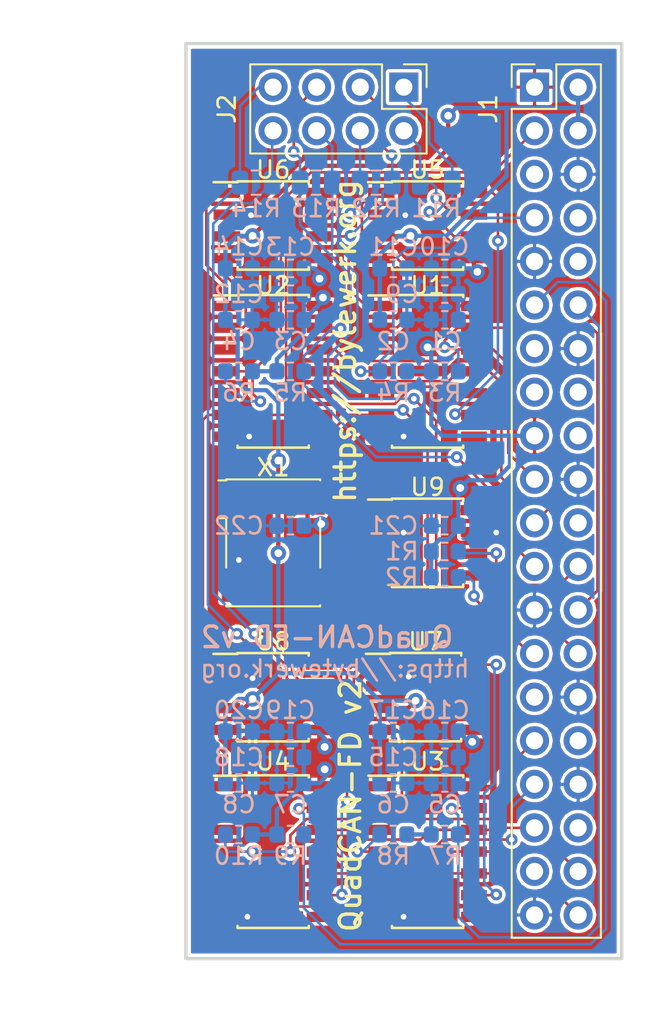
<source format=kicad_pcb>
(kicad_pcb (version 20171130) (host pcbnew 5.0.0-fee4fd1~66~ubuntu18.04.1)
  (layers (0 F.Cu signal) (31 B.Cu signal) (34 B.Paste user) (35 F.Paste user) (36 B.SilkS user) (37 F.SilkS user) (38 B.Mask user) (39 F.Mask user) (44 Edge.Cuts user))
  (net 0 "")
  (net 1 GND)
  (net 2 +3V3)
  (net 3 +5V)
  (net 4 MCP1_INT)
  (net 5 SPI1_CS1)
  (net 6 MCP3_INT)
  (net 7 SPI1_CS0)
  (net 8 SPI0_MOSI)
  (net 9 SPI0_MISO)
  (net 10 SPI0_SCK)
  (net 11 SPI0_CS1)
  (net 12 SPI0_CS0)
  (net 13 MCP2_INT)
  (net 14 MCP0_INT)
  (net 15 SPI1_MISO)
  (net 16 SPI1_MOSI)
  (net 17 SPI1_SCK)
  (net 18 CAN0_L)
  (net 19 CAN1_L)
  (net 20 CAN2_L)
  (net 21 CAN3_L)
  (net 22 CAN3_H)
  (net 23 CAN2_H)
  (net 24 CAN1_H)
  (net 25 CAN0_H)
  (net 26 "Net-(U1-Pad1)")
  (net 27 "Net-(U1-Pad2)")
  (net 28 CLK-20MHz)
  (net 29 "Net-(U2-Pad2)")
  (net 30 "Net-(U2-Pad1)")
  (net 31 "Net-(U3-Pad1)")
  (net 32 "Net-(U3-Pad2)")
  (net 33 "Net-(U4-Pad2)")
  (net 34 "Net-(U4-Pad1)")
  (net 35 "Net-(U1-Pad3)")
  (net 36 "Net-(U1-Pad5)")
  (net 37 "Net-(U1-Pad8)")
  (net 38 "Net-(U1-Pad9)")
  (net 39 "Net-(U2-Pad9)")
  (net 40 "Net-(U2-Pad8)")
  (net 41 "Net-(U2-Pad5)")
  (net 42 "Net-(U2-Pad3)")
  (net 43 "Net-(U3-Pad3)")
  (net 44 "Net-(U3-Pad5)")
  (net 45 "Net-(U3-Pad8)")
  (net 46 "Net-(U3-Pad9)")
  (net 47 "Net-(U4-Pad9)")
  (net 48 "Net-(U4-Pad8)")
  (net 49 "Net-(U4-Pad5)")
  (net 50 "Net-(U4-Pad3)")
  (net 51 "Net-(X1-Pad1)")
  (net 52 "Net-(J1-Pad5)")
  (net 53 "Net-(J1-Pad8)")
  (net 54 "Net-(J1-Pad10)")
  (net 55 "Net-(J1-Pad13)")
  (net 56 "Net-(J1-Pad15)")
  (net 57 "Net-(J1-Pad16)")
  (net 58 "Net-(J1-Pad22)")
  (net 59 "Net-(J1-Pad29)")
  (net 60 "Net-(J1-Pad32)")
  (net 61 "Net-(J1-Pad36)")
  (net 62 "Net-(J1-Pad37)")
  (net 63 "Net-(J1-Pad18)")
  (net 64 ID_SD)
  (net 65 ID_SC)
  (module Capacitor_SMD:C_0603_1608Metric (layer B.Cu) (at 87.3675 50.965 180)
    (fp_text reference C22 (at 3 0 180) (layer B.SilkS) (effects (justify mirror)))
    (fp_text value 100nF)
    (pad 1 smd roundrect (at -0.7875 0 180) (size 0.875 0.95) (layers B.Cu B.Paste B.Mask) (net 2 +3V3))
    (pad 2 smd roundrect (at 0.7875 0 180) (size 0.875 0.95) (layers B.Cu B.Paste B.Mask) (net 1 GND))
  )
  (module Capacitor_SMD:C_0805_2012Metric (layer B.Cu) (at 92.3675 30.965)
    (fp_text reference R12 (at 0 1.5) (layer B.SilkS) (effects (justify mirror)))
    (fp_text value dnp)
    (pad 2 smd roundrect (at 0.9375 0) (size 0.975 1.4) (layers B.Cu B.Paste B.Mask) (net 19 CAN1_L))
    (pad 1 smd roundrect (at -0.9375 0) (size 0.975 1.4) (layers B.Cu B.Paste B.Mask) (net 24 CAN1_H))
  )
  (module Capacitor_SMD:C_0805_2012Metric (layer B.Cu) (at 88.8675 30.965 180)
    (fp_text reference R13 (at 0 -1.5 180) (layer B.SilkS) (effects (justify mirror)))
    (fp_text value dnp)
    (pad 1 smd roundrect (at -0.9375 0 180) (size 0.975 1.4) (layers B.Cu B.Paste B.Mask) (net 23 CAN2_H))
    (pad 2 smd roundrect (at 0.9375 0 180) (size 0.975 1.4) (layers B.Cu B.Paste B.Mask) (net 20 CAN2_L))
  )
  (module Capacitor_SMD:C_0805_2012Metric (layer B.Cu) (at 95.8675 30.965)
    (fp_text reference R11 (at 0 1.5) (layer B.SilkS) (effects (justify mirror)))
    (fp_text value dnp)
    (pad 2 smd roundrect (at 0.9375 0) (size 0.975 1.4) (layers B.Cu B.Paste B.Mask) (net 18 CAN0_L))
    (pad 1 smd roundrect (at -0.9375 0) (size 0.975 1.4) (layers B.Cu B.Paste B.Mask) (net 25 CAN0_H))
  )
  (module Capacitor_SMD:C_0805_2012Metric (layer B.Cu) (at 85.3675 30.965 180)
    (fp_text reference R14 (at 0 -1.5 180) (layer B.SilkS) (effects (justify mirror)))
    (fp_text value dnp)
    (pad 1 smd roundrect (at -0.9375 0 180) (size 0.975 1.4) (layers B.Cu B.Paste B.Mask) (net 22 CAN3_H))
    (pad 2 smd roundrect (at 0.9375 0 180) (size 0.975 1.4) (layers B.Cu B.Paste B.Mask) (net 21 CAN3_L))
  )
  (module Package_SO:SOIC-8_3.9x4.9mm_P1.27mm (layer F.Cu) (at 95.3675 51.965)
    (fp_text reference U9 (at 0 -3.25) (layer F.SilkS))
    (fp_text value AT24CS32-SSHM)
    (pad 1 smd rect (at -2.7 -1.905) (size 1.55 0.6) (layers F.Cu F.Paste F.Mask) (net 1 GND))
    (pad 2 smd rect (at -2.7 -0.635) (size 1.55 0.6) (layers F.Cu F.Paste F.Mask) (net 1 GND))
    (pad 3 smd rect (at -2.7 0.635) (size 1.55 0.6) (layers F.Cu F.Paste F.Mask) (net 1 GND))
    (pad 4 smd rect (at -2.7 1.905) (size 1.55 0.6) (layers F.Cu F.Paste F.Mask) (net 1 GND))
    (pad 5 smd rect (at 2.7 1.905) (size 1.55 0.6) (layers F.Cu F.Paste F.Mask) (net 64 ID_SD))
    (pad 6 smd rect (at 2.7 0.635) (size 1.55 0.6) (layers F.Cu F.Paste F.Mask) (net 65 ID_SC))
    (pad 7 smd rect (at 2.7 -0.635) (size 1.55 0.6) (layers F.Cu F.Paste F.Mask) (net 1 GND))
    (pad 8 smd rect (at 2.7 -1.905) (size 1.55 0.6) (layers F.Cu F.Paste F.Mask) (net 2 +3V3))
  )
  (module Resistor_SMD:R_0603_1608Metric (layer B.Cu) (at 87.3675 41.965)
    (fp_text reference R5 (at 0 1.25) (layer B.SilkS) (effects (justify mirror)))
    (fp_text value 10K)
    (pad 2 smd roundrect (at 0.7875 0) (size 0.875 0.95) (layers B.Cu B.Paste B.Mask) (net 11 SPI0_CS1))
    (pad 1 smd roundrect (at -0.7875 0) (size 0.875 0.95) (layers B.Cu B.Paste B.Mask) (net 2 +3V3))
  )
  (module Resistor_SMD:R_0603_1608Metric (layer B.Cu) (at 84.3675 41.965 180)
    (fp_text reference R6 (at 0 -1.25 180) (layer B.SilkS) (effects (justify mirror)))
    (fp_text value 10K)
    (pad 1 smd roundrect (at -0.7875 0 180) (size 0.875 0.95) (layers B.Cu B.Paste B.Mask) (net 2 +3V3))
    (pad 2 smd roundrect (at 0.7875 0 180) (size 0.875 0.95) (layers B.Cu B.Paste B.Mask) (net 4 MCP1_INT))
  )
  (module Resistor_SMD:R_0603_1608Metric (layer B.Cu) (at 96.3675 68.965)
    (fp_text reference R7 (at 0 1.25) (layer B.SilkS) (effects (justify mirror)))
    (fp_text value 10K)
    (pad 2 smd roundrect (at 0.7875 0) (size 0.875 0.95) (layers B.Cu B.Paste B.Mask) (net 7 SPI1_CS0))
    (pad 1 smd roundrect (at -0.7875 0) (size 0.875 0.95) (layers B.Cu B.Paste B.Mask) (net 2 +3V3))
  )
  (module Resistor_SMD:R_0603_1608Metric (layer B.Cu) (at 93.3675 68.965 180)
    (fp_text reference R8 (at 0 -1.25 180) (layer B.SilkS) (effects (justify mirror)))
    (fp_text value 10K)
    (pad 1 smd roundrect (at -0.7875 0 180) (size 0.875 0.95) (layers B.Cu B.Paste B.Mask) (net 2 +3V3))
    (pad 2 smd roundrect (at 0.7875 0 180) (size 0.875 0.95) (layers B.Cu B.Paste B.Mask) (net 13 MCP2_INT))
  )
  (module Resistor_SMD:R_0603_1608Metric (layer B.Cu) (at 87.3675 68.965)
    (fp_text reference R9 (at 0 1.25) (layer B.SilkS) (effects (justify mirror)))
    (fp_text value 10K)
    (pad 2 smd roundrect (at 0.7875 0) (size 0.875 0.95) (layers B.Cu B.Paste B.Mask) (net 5 SPI1_CS1))
    (pad 1 smd roundrect (at -0.7875 0) (size 0.875 0.95) (layers B.Cu B.Paste B.Mask) (net 2 +3V3))
  )
  (module Resistor_SMD:R_0603_1608Metric (layer B.Cu) (at 84.3675 68.965 180)
    (fp_text reference R10 (at 0 -1.25 180) (layer B.SilkS) (effects (justify mirror)))
    (fp_text value 10K)
    (pad 1 smd roundrect (at -0.7875 0 180) (size 0.875 0.95) (layers B.Cu B.Paste B.Mask) (net 2 +3V3))
    (pad 2 smd roundrect (at 0.7875 0 180) (size 0.875 0.95) (layers B.Cu B.Paste B.Mask) (net 6 MCP3_INT))
  )
  (module Resistor_SMD:R_0603_1608Metric (layer B.Cu) (at 93.3675 41.965 180)
    (fp_text reference R4 (at 0 -1.25 180) (layer B.SilkS) (effects (justify mirror)))
    (fp_text value 10K)
    (pad 1 smd roundrect (at -0.7875 0 180) (size 0.875 0.95) (layers B.Cu B.Paste B.Mask) (net 2 +3V3))
    (pad 2 smd roundrect (at 0.7875 0 180) (size 0.875 0.95) (layers B.Cu B.Paste B.Mask) (net 14 MCP0_INT))
  )
  (module Resistor_SMD:R_0603_1608Metric (layer B.Cu) (at 96.3675 41.965)
    (fp_text reference R3 (at 0 1.25) (layer B.SilkS) (effects (justify mirror)))
    (fp_text value 10K)
    (pad 2 smd roundrect (at 0.7875 0) (size 0.875 0.95) (layers B.Cu B.Paste B.Mask) (net 12 SPI0_CS0))
    (pad 1 smd roundrect (at -0.7875 0) (size 0.875 0.95) (layers B.Cu B.Paste B.Mask) (net 2 +3V3))
  )
  (module Resistor_SMD:R_0603_1608Metric (layer B.Cu) (at 96.3675 53.965)
    (fp_text reference R2 (at -2.5145 0) (layer B.SilkS) (effects (justify mirror)))
    (fp_text value 3K9)
    (pad 1 smd roundrect (at -0.7875 0) (size 0.875 0.95) (layers B.Cu B.Paste B.Mask) (net 2 +3V3))
    (pad 2 smd roundrect (at 0.7875 0) (size 0.875 0.95) (layers B.Cu B.Paste B.Mask) (net 64 ID_SD))
  )
  (module Resistor_SMD:R_0603_1608Metric (layer B.Cu) (at 96.3675 52.465)
    (fp_text reference R1 (at -2.5 0) (layer B.SilkS) (effects (justify mirror)))
    (fp_text value 3K9)
    (pad 2 smd roundrect (at 0.7875 0) (size 0.875 0.95) (layers B.Cu B.Paste B.Mask) (net 65 ID_SC))
    (pad 1 smd roundrect (at -0.7875 0) (size 0.875 0.95) (layers B.Cu B.Paste B.Mask) (net 2 +3V3))
  )
  (module Oscillator:Oscillator_SMD_Abracon_ASV-4Pin_7.0x5.1mm (layer F.Cu) (at 86.3675 51.965 270)
    (fp_text reference X1 (at -4.4 0) (layer F.SilkS))
    (fp_text value ASV-20MHz)
    (pad 1 smd rect (at -2.54 2 270) (size 1.8 2) (layers F.Cu F.Paste F.Mask) (net 51 "Net-(X1-Pad1)"))
    (pad 2 smd rect (at 2.54 2 270) (size 1.8 2) (layers F.Cu F.Paste F.Mask) (net 1 GND))
    (pad 3 smd rect (at 2.54 -2 270) (size 1.8 2) (layers F.Cu F.Paste F.Mask) (net 28 CLK-20MHz))
    (pad 4 smd rect (at -2.54 -2 270) (size 1.8 2) (layers F.Cu F.Paste F.Mask) (net 2 +3V3))
  )
  (module Capacitor_SMD:C_0603_1608Metric (layer B.Cu) (at 96.3675 38.965 180)
    (fp_text reference C1 (at 0 -1.25 180) (layer B.SilkS) (effects (justify mirror)))
    (fp_text value 1uF)
    (pad 2 smd roundrect (at 0.7875 0 180) (size 0.875 0.95) (layers B.Cu B.Paste B.Mask) (net 1 GND))
    (pad 1 smd roundrect (at -0.7875 0 180) (size 0.875 0.95) (layers B.Cu B.Paste B.Mask) (net 2 +3V3))
  )
  (module Capacitor_SMD:C_0603_1608Metric (layer B.Cu) (at 93.3675 38.965)
    (fp_text reference C2 (at 0 1.25) (layer B.SilkS) (effects (justify mirror)))
    (fp_text value 1uF)
    (pad 2 smd roundrect (at 0.7875 0) (size 0.875 0.95) (layers B.Cu B.Paste B.Mask) (net 1 GND))
    (pad 1 smd roundrect (at -0.7875 0) (size 0.875 0.95) (layers B.Cu B.Paste B.Mask) (net 3 +5V))
  )
  (module Capacitor_SMD:C_0603_1608Metric (layer B.Cu) (at 87.3675 38.965 180)
    (fp_text reference C3 (at 0 -1.25 180) (layer B.SilkS) (effects (justify mirror)))
    (fp_text value 1uF)
    (pad 2 smd roundrect (at 0.7875 0 180) (size 0.875 0.95) (layers B.Cu B.Paste B.Mask) (net 1 GND))
    (pad 1 smd roundrect (at -0.7875 0 180) (size 0.875 0.95) (layers B.Cu B.Paste B.Mask) (net 2 +3V3))
  )
  (module Capacitor_SMD:C_0603_1608Metric (layer B.Cu) (at 84.3675 38.965)
    (fp_text reference C4 (at 0 1.25) (layer B.SilkS) (effects (justify mirror)))
    (fp_text value 1uF)
    (pad 1 smd roundrect (at -0.7875 0) (size 0.875 0.95) (layers B.Cu B.Paste B.Mask) (net 3 +5V))
    (pad 2 smd roundrect (at 0.7875 0) (size 0.875 0.95) (layers B.Cu B.Paste B.Mask) (net 1 GND))
  )
  (module Capacitor_SMD:C_0603_1608Metric (layer B.Cu) (at 96.3675 65.965 180)
    (fp_text reference C5 (at 0 -1.25 180) (layer B.SilkS) (effects (justify mirror)))
    (fp_text value 1uF)
    (pad 2 smd roundrect (at 0.7875 0 180) (size 0.875 0.95) (layers B.Cu B.Paste B.Mask) (net 1 GND))
    (pad 1 smd roundrect (at -0.7875 0 180) (size 0.875 0.95) (layers B.Cu B.Paste B.Mask) (net 2 +3V3))
  )
  (module Capacitor_SMD:C_0603_1608Metric (layer B.Cu) (at 93.3675 65.965)
    (fp_text reference C6 (at 0 1.25) (layer B.SilkS) (effects (justify mirror)))
    (fp_text value 1uF)
    (pad 2 smd roundrect (at 0.7875 0) (size 0.875 0.95) (layers B.Cu B.Paste B.Mask) (net 1 GND))
    (pad 1 smd roundrect (at -0.7875 0) (size 0.875 0.95) (layers B.Cu B.Paste B.Mask) (net 3 +5V))
  )
  (module Capacitor_SMD:C_0603_1608Metric (layer B.Cu) (at 87.3675 65.965 180)
    (fp_text reference C7 (at 0 -1.25 180) (layer B.SilkS) (effects (justify mirror)))
    (fp_text value 1uF)
    (pad 1 smd roundrect (at -0.7875 0 180) (size 0.875 0.95) (layers B.Cu B.Paste B.Mask) (net 2 +3V3))
    (pad 2 smd roundrect (at 0.7875 0 180) (size 0.875 0.95) (layers B.Cu B.Paste B.Mask) (net 1 GND))
  )
  (module Capacitor_SMD:C_0603_1608Metric (layer B.Cu) (at 84.3675 65.965)
    (fp_text reference C8 (at 0 1.25) (layer B.SilkS) (effects (justify mirror)))
    (fp_text value 1uF)
    (pad 1 smd roundrect (at -0.7875 0) (size 0.875 0.95) (layers B.Cu B.Paste B.Mask) (net 3 +5V))
    (pad 2 smd roundrect (at 0.7875 0) (size 0.875 0.95) (layers B.Cu B.Paste B.Mask) (net 1 GND))
  )
  (module Capacitor_SMD:C_0603_1608Metric (layer B.Cu) (at 96.3675 37.465 180)
    (fp_text reference C9 (at 2.5 0 180) (layer B.SilkS) (effects (justify mirror)))
    (fp_text value 100nF)
    (pad 1 smd roundrect (at -0.7875 0 180) (size 0.875 0.95) (layers B.Cu B.Paste B.Mask) (net 2 +3V3))
    (pad 2 smd roundrect (at 0.7875 0 180) (size 0.875 0.95) (layers B.Cu B.Paste B.Mask) (net 1 GND))
  )
  (module Capacitor_SMD:C_0603_1608Metric (layer B.Cu) (at 96.3675 35.965 180)
    (fp_text reference C10 (at 0.0255 1.27 180) (layer B.SilkS) (effects (justify mirror)))
    (fp_text value 100nF)
    (pad 2 smd roundrect (at 0.7875 0 180) (size 0.875 0.95) (layers B.Cu B.Paste B.Mask) (net 1 GND))
    (pad 1 smd roundrect (at -0.7875 0 180) (size 0.875 0.95) (layers B.Cu B.Paste B.Mask) (net 2 +3V3))
  )
  (module Capacitor_SMD:C_0603_1608Metric (layer B.Cu) (at 93.3675 35.965)
    (fp_text reference C11 (at 0 -1.25) (layer B.SilkS) (effects (justify mirror)))
    (fp_text value 100nF)
    (pad 1 smd roundrect (at -0.7875 0) (size 0.875 0.95) (layers B.Cu B.Paste B.Mask) (net 3 +5V))
    (pad 2 smd roundrect (at 0.7875 0) (size 0.875 0.95) (layers B.Cu B.Paste B.Mask) (net 1 GND))
  )
  (module Capacitor_SMD:C_0603_1608Metric (layer B.Cu) (at 87.3675 37.465 180)
    (fp_text reference C12 (at 3 0 180) (layer B.SilkS) (effects (justify mirror)))
    (fp_text value 100nF)
    (pad 1 smd roundrect (at -0.7875 0 180) (size 0.875 0.95) (layers B.Cu B.Paste B.Mask) (net 2 +3V3))
    (pad 2 smd roundrect (at 0.7875 0 180) (size 0.875 0.95) (layers B.Cu B.Paste B.Mask) (net 1 GND))
  )
  (module Capacitor_SMD:C_0603_1608Metric (layer B.Cu) (at 87.3675 35.965 180)
    (fp_text reference C13 (at 0 1.25 180) (layer B.SilkS) (effects (justify mirror)))
    (fp_text value 100nF)
    (pad 1 smd roundrect (at -0.7875 0 180) (size 0.875 0.95) (layers B.Cu B.Paste B.Mask) (net 2 +3V3))
    (pad 2 smd roundrect (at 0.7875 0 180) (size 0.875 0.95) (layers B.Cu B.Paste B.Mask) (net 1 GND))
  )
  (module Capacitor_SMD:C_0603_1608Metric (layer B.Cu) (at 84.3675 35.965)
    (fp_text reference C14 (at 0 -1.27) (layer B.SilkS) (effects (justify mirror)))
    (fp_text value 100nF)
    (pad 2 smd roundrect (at 0.7875 0) (size 0.875 0.95) (layers B.Cu B.Paste B.Mask) (net 1 GND))
    (pad 1 smd roundrect (at -0.7875 0) (size 0.875 0.95) (layers B.Cu B.Paste B.Mask) (net 3 +5V))
  )
  (module Capacitor_SMD:C_0603_1608Metric (layer B.Cu) (at 96.3675 64.465 180)
    (fp_text reference C15 (at 3 0 180) (layer B.SilkS) (effects (justify mirror)))
    (fp_text value 100nF)
    (pad 2 smd roundrect (at 0.7875 0 180) (size 0.875 0.95) (layers B.Cu B.Paste B.Mask) (net 1 GND))
    (pad 1 smd roundrect (at -0.7875 0 180) (size 0.875 0.95) (layers B.Cu B.Paste B.Mask) (net 2 +3V3))
  )
  (module Capacitor_SMD:C_0603_1608Metric (layer B.Cu) (at 96.3675 62.965 180)
    (fp_text reference C16 (at 0 1.25 180) (layer B.SilkS) (effects (justify mirror)))
    (fp_text value 100nF)
    (pad 2 smd roundrect (at 0.7875 0 180) (size 0.875 0.95) (layers B.Cu B.Paste B.Mask) (net 1 GND))
    (pad 1 smd roundrect (at -0.7875 0 180) (size 0.875 0.95) (layers B.Cu B.Paste B.Mask) (net 2 +3V3))
  )
  (module Capacitor_SMD:C_0603_1608Metric (layer B.Cu) (at 93.3675 62.965)
    (fp_text reference C17 (at 0 -1.25) (layer B.SilkS) (effects (justify mirror)))
    (fp_text value 100nF)
    (pad 2 smd roundrect (at 0.7875 0) (size 0.875 0.95) (layers B.Cu B.Paste B.Mask) (net 1 GND))
    (pad 1 smd roundrect (at -0.7875 0) (size 0.875 0.95) (layers B.Cu B.Paste B.Mask) (net 3 +5V))
  )
  (module Capacitor_SMD:C_0603_1608Metric (layer B.Cu) (at 87.3675 64.465 180)
    (fp_text reference C18 (at 3 0 180) (layer B.SilkS) (effects (justify mirror)))
    (fp_text value 100nF)
    (pad 1 smd roundrect (at -0.7875 0 180) (size 0.875 0.95) (layers B.Cu B.Paste B.Mask) (net 2 +3V3))
    (pad 2 smd roundrect (at 0.7875 0 180) (size 0.875 0.95) (layers B.Cu B.Paste B.Mask) (net 1 GND))
  )
  (module Capacitor_SMD:C_0603_1608Metric (layer B.Cu) (at 87.3675 62.965 180)
    (fp_text reference C19 (at 0 1.25 180) (layer B.SilkS) (effects (justify mirror)))
    (fp_text value 100nF)
    (pad 1 smd roundrect (at -0.7875 0 180) (size 0.875 0.95) (layers B.Cu B.Paste B.Mask) (net 2 +3V3))
    (pad 2 smd roundrect (at 0.7875 0 180) (size 0.875 0.95) (layers B.Cu B.Paste B.Mask) (net 1 GND))
  )
  (module Capacitor_SMD:C_0603_1608Metric (layer B.Cu) (at 84.3675 62.965)
    (fp_text reference C20 (at 0 -1.25) (layer B.SilkS) (effects (justify mirror)))
    (fp_text value 100nF)
    (pad 1 smd roundrect (at -0.7875 0) (size 0.875 0.95) (layers B.Cu B.Paste B.Mask) (net 3 +5V))
    (pad 2 smd roundrect (at 0.7875 0) (size 0.875 0.95) (layers B.Cu B.Paste B.Mask) (net 1 GND))
  )
  (module Capacitor_SMD:C_0603_1608Metric (layer B.Cu) (at 96.3675 50.965 180)
    (fp_text reference C21 (at 3 0 180) (layer B.SilkS) (effects (justify mirror)))
    (fp_text value 100nF)
    (pad 1 smd roundrect (at -0.7875 0 180) (size 0.875 0.95) (layers B.Cu B.Paste B.Mask) (net 2 +3V3))
    (pad 2 smd roundrect (at 0.7875 0 180) (size 0.875 0.95) (layers B.Cu B.Paste B.Mask) (net 1 GND))
  )
  (module Connector_PinHeader_2.54mm:PinHeader_2x20_P2.54mm_Vertical (layer F.Cu) (at 101.6 25.4)
    (fp_text reference J1 (at -2.6925 1.27 90) (layer F.SilkS))
    (fp_text value Raspberry_Pi_2_3)
    (pad 1 thru_hole rect (at 0 0) (size 1.7 1.7) (drill 1) (layers *.Cu *.Mask) (net 2 +3V3))
    (pad 2 thru_hole oval (at 2.54 0) (size 1.7 1.7) (drill 1) (layers *.Cu *.Mask) (net 3 +5V))
    (pad 3 thru_hole oval (at 0 2.54) (size 1.7 1.7) (drill 1) (layers *.Cu *.Mask) (net 4 MCP1_INT))
    (pad 4 thru_hole oval (at 2.54 2.54) (size 1.7 1.7) (drill 1) (layers *.Cu *.Mask) (net 3 +5V))
    (pad 5 thru_hole oval (at 0 5.08) (size 1.7 1.7) (drill 1) (layers *.Cu *.Mask) (net 52 "Net-(J1-Pad5)"))
    (pad 6 thru_hole oval (at 2.54 5.08) (size 1.7 1.7) (drill 1) (layers *.Cu *.Mask) (net 1 GND))
    (pad 7 thru_hole oval (at 0 7.62) (size 1.7 1.7) (drill 1) (layers *.Cu *.Mask) (net 14 MCP0_INT))
    (pad 8 thru_hole oval (at 2.54 7.62) (size 1.7 1.7) (drill 1) (layers *.Cu *.Mask) (net 53 "Net-(J1-Pad8)"))
    (pad 9 thru_hole oval (at 0 10.16) (size 1.7 1.7) (drill 1) (layers *.Cu *.Mask) (net 1 GND))
    (pad 10 thru_hole oval (at 2.54 10.16) (size 1.7 1.7) (drill 1) (layers *.Cu *.Mask) (net 54 "Net-(J1-Pad10)"))
    (pad 11 thru_hole oval (at 0 12.7) (size 1.7 1.7) (drill 1) (layers *.Cu *.Mask) (net 5 SPI1_CS1))
    (pad 12 thru_hole oval (at 2.54 12.7) (size 1.7 1.7) (drill 1) (layers *.Cu *.Mask) (net 7 SPI1_CS0))
    (pad 13 thru_hole oval (at 0 15.24) (size 1.7 1.7) (drill 1) (layers *.Cu *.Mask) (net 55 "Net-(J1-Pad13)"))
    (pad 14 thru_hole oval (at 2.54 15.24) (size 1.7 1.7) (drill 1) (layers *.Cu *.Mask) (net 1 GND))
    (pad 15 thru_hole oval (at 0 17.78) (size 1.7 1.7) (drill 1) (layers *.Cu *.Mask) (net 56 "Net-(J1-Pad15)"))
    (pad 16 thru_hole oval (at 2.54 17.78) (size 1.7 1.7) (drill 1) (layers *.Cu *.Mask) (net 57 "Net-(J1-Pad16)"))
    (pad 17 thru_hole oval (at 0 20.32) (size 1.7 1.7) (drill 1) (layers *.Cu *.Mask) (net 2 +3V3))
    (pad 18 thru_hole oval (at 2.54 20.32) (size 1.7 1.7) (drill 1) (layers *.Cu *.Mask) (net 63 "Net-(J1-Pad18)"))
    (pad 19 thru_hole oval (at 0 22.86) (size 1.7 1.7) (drill 1) (layers *.Cu *.Mask) (net 8 SPI0_MOSI))
    (pad 20 thru_hole oval (at 2.54 22.86) (size 1.7 1.7) (drill 1) (layers *.Cu *.Mask) (net 1 GND))
    (pad 21 thru_hole oval (at 0 25.4) (size 1.7 1.7) (drill 1) (layers *.Cu *.Mask) (net 9 SPI0_MISO))
    (pad 22 thru_hole oval (at 2.54 25.4) (size 1.7 1.7) (drill 1) (layers *.Cu *.Mask) (net 58 "Net-(J1-Pad22)"))
    (pad 23 thru_hole oval (at 0 27.94) (size 1.7 1.7) (drill 1) (layers *.Cu *.Mask) (net 10 SPI0_SCK))
    (pad 24 thru_hole oval (at 2.54 27.94) (size 1.7 1.7) (drill 1) (layers *.Cu *.Mask) (net 11 SPI0_CS1))
    (pad 25 thru_hole oval (at 0 30.48) (size 1.7 1.7) (drill 1) (layers *.Cu *.Mask) (net 1 GND))
    (pad 26 thru_hole oval (at 2.54 30.48) (size 1.7 1.7) (drill 1) (layers *.Cu *.Mask) (net 12 SPI0_CS0))
    (pad 27 thru_hole oval (at 0 33.02) (size 1.7 1.7) (drill 1) (layers *.Cu *.Mask) (net 64 ID_SD))
    (pad 28 thru_hole oval (at 2.54 33.02) (size 1.7 1.7) (drill 1) (layers *.Cu *.Mask) (net 65 ID_SC))
    (pad 29 thru_hole oval (at 0 35.56) (size 1.7 1.7) (drill 1) (layers *.Cu *.Mask) (net 59 "Net-(J1-Pad29)"))
    (pad 30 thru_hole oval (at 2.54 35.56) (size 1.7 1.7) (drill 1) (layers *.Cu *.Mask) (net 1 GND))
    (pad 31 thru_hole oval (at 0 38.1) (size 1.7 1.7) (drill 1) (layers *.Cu *.Mask) (net 6 MCP3_INT))
    (pad 32 thru_hole oval (at 2.54 38.1) (size 1.7 1.7) (drill 1) (layers *.Cu *.Mask) (net 60 "Net-(J1-Pad32)"))
    (pad 33 thru_hole oval (at 0 40.64) (size 1.7 1.7) (drill 1) (layers *.Cu *.Mask) (net 13 MCP2_INT))
    (pad 34 thru_hole oval (at 2.54 40.64) (size 1.7 1.7) (drill 1) (layers *.Cu *.Mask) (net 1 GND))
    (pad 35 thru_hole oval (at 0 43.18) (size 1.7 1.7) (drill 1) (layers *.Cu *.Mask) (net 15 SPI1_MISO))
    (pad 36 thru_hole oval (at 2.54 43.18) (size 1.7 1.7) (drill 1) (layers *.Cu *.Mask) (net 61 "Net-(J1-Pad36)"))
    (pad 37 thru_hole oval (at 0 45.72) (size 1.7 1.7) (drill 1) (layers *.Cu *.Mask) (net 62 "Net-(J1-Pad37)"))
    (pad 38 thru_hole oval (at 2.54 45.72) (size 1.7 1.7) (drill 1) (layers *.Cu *.Mask) (net 16 SPI1_MOSI))
    (pad 39 thru_hole oval (at 0 48.26) (size 1.7 1.7) (drill 1) (layers *.Cu *.Mask) (net 1 GND))
    (pad 40 thru_hole oval (at 2.54 48.26) (size 1.7 1.7) (drill 1) (layers *.Cu *.Mask) (net 17 SPI1_SCK))
  )
  (module Connector_PinHeader_2.54mm:PinHeader_2x04_P2.54mm_Vertical (layer F.Cu) (at 93.98 25.4 270)
    (fp_text reference J2 (at 1.27 10.3125 270) (layer F.SilkS))
    (fp_text value Conn_02x04_Odd_Even)
    (pad 1 thru_hole rect (at 0 0 270) (size 1.7 1.7) (drill 1) (layers *.Cu *.Mask) (net 18 CAN0_L))
    (pad 2 thru_hole oval (at 2.54 0 270) (size 1.7 1.7) (drill 1) (layers *.Cu *.Mask) (net 25 CAN0_H))
    (pad 3 thru_hole oval (at 0 2.54 270) (size 1.7 1.7) (drill 1) (layers *.Cu *.Mask) (net 19 CAN1_L))
    (pad 4 thru_hole oval (at 2.54 2.54 270) (size 1.7 1.7) (drill 1) (layers *.Cu *.Mask) (net 24 CAN1_H))
    (pad 5 thru_hole oval (at 0 5.08 270) (size 1.7 1.7) (drill 1) (layers *.Cu *.Mask) (net 20 CAN2_L))
    (pad 6 thru_hole oval (at 2.54 5.08 270) (size 1.7 1.7) (drill 1) (layers *.Cu *.Mask) (net 23 CAN2_H))
    (pad 7 thru_hole oval (at 0 7.62 270) (size 1.7 1.7) (drill 1) (layers *.Cu *.Mask) (net 21 CAN3_L))
    (pad 8 thru_hole oval (at 2.54 7.62 270) (size 1.7 1.7) (drill 1) (layers *.Cu *.Mask) (net 22 CAN3_H))
  )
  (module Package_SO:SOIC-14_3.9x8.7mm_P1.27mm (layer F.Cu) (at 95.3675 41.965)
    (fp_text reference U1 (at 0 -5) (layer F.SilkS))
    (fp_text value MCP2517FD-xSL)
    (pad 1 smd rect (at -2.7 -3.81) (size 1.5 0.6) (layers F.Cu F.Paste F.Mask) (net 26 "Net-(U1-Pad1)"))
    (pad 2 smd rect (at -2.7 -2.54) (size 1.5 0.6) (layers F.Cu F.Paste F.Mask) (net 27 "Net-(U1-Pad2)"))
    (pad 3 smd rect (at -2.7 -1.27) (size 1.5 0.6) (layers F.Cu F.Paste F.Mask) (net 35 "Net-(U1-Pad3)"))
    (pad 4 smd rect (at -2.7 0) (size 1.5 0.6) (layers F.Cu F.Paste F.Mask) (net 14 MCP0_INT))
    (pad 5 smd rect (at -2.7 1.27) (size 1.5 0.6) (layers F.Cu F.Paste F.Mask) (net 36 "Net-(U1-Pad5)"))
    (pad 6 smd rect (at -2.7 2.54) (size 1.5 0.6) (layers F.Cu F.Paste F.Mask) (net 28 CLK-20MHz))
    (pad 7 smd rect (at -2.7 3.81) (size 1.5 0.6) (layers F.Cu F.Paste F.Mask) (net 1 GND))
    (pad 8 smd rect (at 2.7 3.81) (size 1.5 0.6) (layers F.Cu F.Paste F.Mask) (net 37 "Net-(U1-Pad8)"))
    (pad 9 smd rect (at 2.7 2.54) (size 1.5 0.6) (layers F.Cu F.Paste F.Mask) (net 38 "Net-(U1-Pad9)"))
    (pad 10 smd rect (at 2.7 1.27) (size 1.5 0.6) (layers F.Cu F.Paste F.Mask) (net 10 SPI0_SCK))
    (pad 11 smd rect (at 2.7 0) (size 1.5 0.6) (layers F.Cu F.Paste F.Mask) (net 8 SPI0_MOSI))
    (pad 12 smd rect (at 2.7 -1.27) (size 1.5 0.6) (layers F.Cu F.Paste F.Mask) (net 9 SPI0_MISO))
    (pad 13 smd rect (at 2.7 -2.54) (size 1.5 0.6) (layers F.Cu F.Paste F.Mask) (net 12 SPI0_CS0))
    (pad 14 smd rect (at 2.7 -3.81) (size 1.5 0.6) (layers F.Cu F.Paste F.Mask) (net 2 +3V3))
  )
  (module Package_SO:SOIC-14_3.9x8.7mm_P1.27mm (layer F.Cu) (at 86.3675 41.965)
    (fp_text reference U2 (at 0 -5) (layer F.SilkS))
    (fp_text value MCP2517FD-xSL)
    (pad 14 smd rect (at 2.7 -3.81) (size 1.5 0.6) (layers F.Cu F.Paste F.Mask) (net 2 +3V3))
    (pad 13 smd rect (at 2.7 -2.54) (size 1.5 0.6) (layers F.Cu F.Paste F.Mask) (net 11 SPI0_CS1))
    (pad 12 smd rect (at 2.7 -1.27) (size 1.5 0.6) (layers F.Cu F.Paste F.Mask) (net 9 SPI0_MISO))
    (pad 11 smd rect (at 2.7 0) (size 1.5 0.6) (layers F.Cu F.Paste F.Mask) (net 8 SPI0_MOSI))
    (pad 10 smd rect (at 2.7 1.27) (size 1.5 0.6) (layers F.Cu F.Paste F.Mask) (net 10 SPI0_SCK))
    (pad 9 smd rect (at 2.7 2.54) (size 1.5 0.6) (layers F.Cu F.Paste F.Mask) (net 39 "Net-(U2-Pad9)"))
    (pad 8 smd rect (at 2.7 3.81) (size 1.5 0.6) (layers F.Cu F.Paste F.Mask) (net 40 "Net-(U2-Pad8)"))
    (pad 7 smd rect (at -2.7 3.81) (size 1.5 0.6) (layers F.Cu F.Paste F.Mask) (net 1 GND))
    (pad 6 smd rect (at -2.7 2.54) (size 1.5 0.6) (layers F.Cu F.Paste F.Mask) (net 28 CLK-20MHz))
    (pad 5 smd rect (at -2.7 1.27) (size 1.5 0.6) (layers F.Cu F.Paste F.Mask) (net 41 "Net-(U2-Pad5)"))
    (pad 4 smd rect (at -2.7 0) (size 1.5 0.6) (layers F.Cu F.Paste F.Mask) (net 4 MCP1_INT))
    (pad 3 smd rect (at -2.7 -1.27) (size 1.5 0.6) (layers F.Cu F.Paste F.Mask) (net 42 "Net-(U2-Pad3)"))
    (pad 2 smd rect (at -2.7 -2.54) (size 1.5 0.6) (layers F.Cu F.Paste F.Mask) (net 29 "Net-(U2-Pad2)"))
    (pad 1 smd rect (at -2.7 -3.81) (size 1.5 0.6) (layers F.Cu F.Paste F.Mask) (net 30 "Net-(U2-Pad1)"))
  )
  (module Package_SO:SOIC-14_3.9x8.7mm_P1.27mm (layer F.Cu) (at 95.3675 69.965)
    (fp_text reference U3 (at 0 -5.25) (layer F.SilkS))
    (fp_text value MCP2517FD-xSL)
    (pad 1 smd rect (at -2.7 -3.81) (size 1.5 0.6) (layers F.Cu F.Paste F.Mask) (net 31 "Net-(U3-Pad1)"))
    (pad 2 smd rect (at -2.7 -2.54) (size 1.5 0.6) (layers F.Cu F.Paste F.Mask) (net 32 "Net-(U3-Pad2)"))
    (pad 3 smd rect (at -2.7 -1.27) (size 1.5 0.6) (layers F.Cu F.Paste F.Mask) (net 43 "Net-(U3-Pad3)"))
    (pad 4 smd rect (at -2.7 0) (size 1.5 0.6) (layers F.Cu F.Paste F.Mask) (net 13 MCP2_INT))
    (pad 5 smd rect (at -2.7 1.27) (size 1.5 0.6) (layers F.Cu F.Paste F.Mask) (net 44 "Net-(U3-Pad5)"))
    (pad 6 smd rect (at -2.7 2.54) (size 1.5 0.6) (layers F.Cu F.Paste F.Mask) (net 28 CLK-20MHz))
    (pad 7 smd rect (at -2.7 3.81) (size 1.5 0.6) (layers F.Cu F.Paste F.Mask) (net 1 GND))
    (pad 8 smd rect (at 2.7 3.81) (size 1.5 0.6) (layers F.Cu F.Paste F.Mask) (net 45 "Net-(U3-Pad8)"))
    (pad 9 smd rect (at 2.7 2.54) (size 1.5 0.6) (layers F.Cu F.Paste F.Mask) (net 46 "Net-(U3-Pad9)"))
    (pad 10 smd rect (at 2.7 1.27) (size 1.5 0.6) (layers F.Cu F.Paste F.Mask) (net 17 SPI1_SCK))
    (pad 11 smd rect (at 2.7 0) (size 1.5 0.6) (layers F.Cu F.Paste F.Mask) (net 16 SPI1_MOSI))
    (pad 12 smd rect (at 2.7 -1.27) (size 1.5 0.6) (layers F.Cu F.Paste F.Mask) (net 15 SPI1_MISO))
    (pad 13 smd rect (at 2.7 -2.54) (size 1.5 0.6) (layers F.Cu F.Paste F.Mask) (net 7 SPI1_CS0))
    (pad 14 smd rect (at 2.7 -3.81) (size 1.5 0.6) (layers F.Cu F.Paste F.Mask) (net 2 +3V3))
  )
  (module Package_SO:SOIC-14_3.9x8.7mm_P1.27mm (layer F.Cu) (at 86.3675 69.965)
    (fp_text reference U4 (at 0 -5.25) (layer F.SilkS))
    (fp_text value MCP2517FD-xSL)
    (pad 14 smd rect (at 2.7 -3.81) (size 1.5 0.6) (layers F.Cu F.Paste F.Mask) (net 2 +3V3))
    (pad 13 smd rect (at 2.7 -2.54) (size 1.5 0.6) (layers F.Cu F.Paste F.Mask) (net 5 SPI1_CS1))
    (pad 12 smd rect (at 2.7 -1.27) (size 1.5 0.6) (layers F.Cu F.Paste F.Mask) (net 15 SPI1_MISO))
    (pad 11 smd rect (at 2.7 0) (size 1.5 0.6) (layers F.Cu F.Paste F.Mask) (net 16 SPI1_MOSI))
    (pad 10 smd rect (at 2.7 1.27) (size 1.5 0.6) (layers F.Cu F.Paste F.Mask) (net 17 SPI1_SCK))
    (pad 9 smd rect (at 2.7 2.54) (size 1.5 0.6) (layers F.Cu F.Paste F.Mask) (net 47 "Net-(U4-Pad9)"))
    (pad 8 smd rect (at 2.7 3.81) (size 1.5 0.6) (layers F.Cu F.Paste F.Mask) (net 48 "Net-(U4-Pad8)"))
    (pad 7 smd rect (at -2.7 3.81) (size 1.5 0.6) (layers F.Cu F.Paste F.Mask) (net 1 GND))
    (pad 6 smd rect (at -2.7 2.54) (size 1.5 0.6) (layers F.Cu F.Paste F.Mask) (net 28 CLK-20MHz))
    (pad 5 smd rect (at -2.7 1.27) (size 1.5 0.6) (layers F.Cu F.Paste F.Mask) (net 49 "Net-(U4-Pad5)"))
    (pad 4 smd rect (at -2.7 0) (size 1.5 0.6) (layers F.Cu F.Paste F.Mask) (net 6 MCP3_INT))
    (pad 3 smd rect (at -2.7 -1.27) (size 1.5 0.6) (layers F.Cu F.Paste F.Mask) (net 50 "Net-(U4-Pad3)"))
    (pad 2 smd rect (at -2.7 -2.54) (size 1.5 0.6) (layers F.Cu F.Paste F.Mask) (net 33 "Net-(U4-Pad2)"))
    (pad 1 smd rect (at -2.7 -3.81) (size 1.5 0.6) (layers F.Cu F.Paste F.Mask) (net 34 "Net-(U4-Pad1)"))
  )
  (module Package_SO:SOIC-8_3.9x4.9mm_P1.27mm (layer F.Cu) (at 95.3675 33.465)
    (fp_text reference U5 (at 0 -3.25) (layer F.SilkS))
    (fp_text value TJA1049T-3)
    (pad 8 smd rect (at 2.7 -1.905) (size 1.55 0.6) (layers F.Cu F.Paste F.Mask) (net 38 "Net-(U1-Pad9)"))
    (pad 7 smd rect (at 2.7 -0.635) (size 1.55 0.6) (layers F.Cu F.Paste F.Mask) (net 25 CAN0_H))
    (pad 6 smd rect (at 2.7 0.635) (size 1.55 0.6) (layers F.Cu F.Paste F.Mask) (net 18 CAN0_L))
    (pad 5 smd rect (at 2.7 1.905) (size 1.55 0.6) (layers F.Cu F.Paste F.Mask) (net 2 +3V3))
    (pad 4 smd rect (at -2.7 1.905) (size 1.55 0.6) (layers F.Cu F.Paste F.Mask) (net 27 "Net-(U1-Pad2)"))
    (pad 3 smd rect (at -2.7 0.635) (size 1.55 0.6) (layers F.Cu F.Paste F.Mask) (net 3 +5V))
    (pad 2 smd rect (at -2.7 -0.635) (size 1.55 0.6) (layers F.Cu F.Paste F.Mask) (net 1 GND))
    (pad 1 smd rect (at -2.7 -1.905) (size 1.55 0.6) (layers F.Cu F.Paste F.Mask) (net 26 "Net-(U1-Pad1)"))
  )
  (module Package_SO:SOIC-8_3.9x4.9mm_P1.27mm (layer F.Cu) (at 86.3675 33.465)
    (fp_text reference U6 (at 0 -3.25) (layer F.SilkS))
    (fp_text value TJA1049T-3)
    (pad 1 smd rect (at -2.7 -1.905) (size 1.55 0.6) (layers F.Cu F.Paste F.Mask) (net 30 "Net-(U2-Pad1)"))
    (pad 2 smd rect (at -2.7 -0.635) (size 1.55 0.6) (layers F.Cu F.Paste F.Mask) (net 1 GND))
    (pad 3 smd rect (at -2.7 0.635) (size 1.55 0.6) (layers F.Cu F.Paste F.Mask) (net 3 +5V))
    (pad 4 smd rect (at -2.7 1.905) (size 1.55 0.6) (layers F.Cu F.Paste F.Mask) (net 29 "Net-(U2-Pad2)"))
    (pad 5 smd rect (at 2.7 1.905) (size 1.55 0.6) (layers F.Cu F.Paste F.Mask) (net 2 +3V3))
    (pad 6 smd rect (at 2.7 0.635) (size 1.55 0.6) (layers F.Cu F.Paste F.Mask) (net 19 CAN1_L))
    (pad 7 smd rect (at 2.7 -0.635) (size 1.55 0.6) (layers F.Cu F.Paste F.Mask) (net 24 CAN1_H))
    (pad 8 smd rect (at 2.7 -1.905) (size 1.55 0.6) (layers F.Cu F.Paste F.Mask) (net 39 "Net-(U2-Pad9)"))
  )
  (module Package_SO:SOIC-8_3.9x4.9mm_P1.27mm (layer F.Cu) (at 95.25 60.96)
    (fp_text reference U7 (at 0 -3.245) (layer F.SilkS))
    (fp_text value TJA1049T-3)
    (pad 8 smd rect (at 2.7 -1.905) (size 1.55 0.6) (layers F.Cu F.Paste F.Mask) (net 46 "Net-(U3-Pad9)"))
    (pad 7 smd rect (at 2.7 -0.635) (size 1.55 0.6) (layers F.Cu F.Paste F.Mask) (net 23 CAN2_H))
    (pad 6 smd rect (at 2.7 0.635) (size 1.55 0.6) (layers F.Cu F.Paste F.Mask) (net 20 CAN2_L))
    (pad 5 smd rect (at 2.7 1.905) (size 1.55 0.6) (layers F.Cu F.Paste F.Mask) (net 2 +3V3))
    (pad 4 smd rect (at -2.7 1.905) (size 1.55 0.6) (layers F.Cu F.Paste F.Mask) (net 32 "Net-(U3-Pad2)"))
    (pad 3 smd rect (at -2.7 0.635) (size 1.55 0.6) (layers F.Cu F.Paste F.Mask) (net 3 +5V))
    (pad 2 smd rect (at -2.7 -0.635) (size 1.55 0.6) (layers F.Cu F.Paste F.Mask) (net 1 GND))
    (pad 1 smd rect (at -2.7 -1.905) (size 1.55 0.6) (layers F.Cu F.Paste F.Mask) (net 31 "Net-(U3-Pad1)"))
  )
  (module Package_SO:SOIC-8_3.9x4.9mm_P1.27mm (layer F.Cu) (at 86.36 60.965)
    (fp_text reference U8 (at 0.0075 -3.25) (layer F.SilkS))
    (fp_text value TJA1049T-3)
    (pad 1 smd rect (at -2.7 -1.905) (size 1.55 0.6) (layers F.Cu F.Paste F.Mask) (net 34 "Net-(U4-Pad1)"))
    (pad 2 smd rect (at -2.7 -0.635) (size 1.55 0.6) (layers F.Cu F.Paste F.Mask) (net 1 GND))
    (pad 3 smd rect (at -2.7 0.635) (size 1.55 0.6) (layers F.Cu F.Paste F.Mask) (net 3 +5V))
    (pad 4 smd rect (at -2.7 1.905) (size 1.55 0.6) (layers F.Cu F.Paste F.Mask) (net 33 "Net-(U4-Pad2)"))
    (pad 5 smd rect (at 2.7 1.905) (size 1.55 0.6) (layers F.Cu F.Paste F.Mask) (net 2 +3V3))
    (pad 6 smd rect (at 2.7 0.635) (size 1.55 0.6) (layers F.Cu F.Paste F.Mask) (net 21 CAN3_L))
    (pad 7 smd rect (at 2.7 -0.635) (size 1.55 0.6) (layers F.Cu F.Paste F.Mask) (net 22 CAN3_H))
    (pad 8 smd rect (at 2.7 -1.905) (size 1.55 0.6) (layers F.Cu F.Paste F.Mask) (net 47 "Net-(U4-Pad9)"))
  )
  (gr_text " https://bytewerk.org" (at 90.5675 30.665 90) (layer F.SilkS) (effects (font (size 1.2 1.2) (thickness 0.2)) (justify right)))
  (gr_text "QuadCAN-FD v2" (at 90.8675 74.765 90) (layer F.SilkS) (effects (font (size 1.2 1.2) (thickness 0.2)) (justify left)))
  (gr_text https://bytewerk.org (at 82.0325 59.301) (layer B.SilkS) (effects (font (size 1 1)) (justify right mirror)))
  (gr_text "QuadCAN-FD v2" (at 82.0325 57.465) (layer B.SilkS) (effects (font (size 1.2 1.2) (thickness 0.2)) (justify right mirror)))
  (gr_line (start 106.68 22.86) (end 106.68 76.2) (layer Edge.Cuts) (width 0.2))
  (gr_line (start 81.28 22.86) (end 106.68 22.86) (layer Edge.Cuts) (width 0.2))
  (gr_line (start 81.28 76.2) (end 81.28 22.86) (layer Edge.Cuts) (width 0.2))
  (gr_line (start 106.68 76.2) (end 81.28 76.2) (layer Edge.Cuts) (width 0.2))
  (segment (start 95.58 38.965) (end 95.58 37.465) (width 0.1524) (layer B.Cu) (net 1))
  (segment (start 95.58 37.465) (end 95.58 35.965) (width 0.1524) (layer B.Cu) (net 1))
  (segment (start 95.58 35.965) (end 94.155 35.965) (width 0.1524) (layer B.Cu) (net 1))
  (segment (start 95.58 38.965) (end 94.155 38.965) (width 0.1524) (layer B.Cu) (net 1))
  (segment (start 86.58 35.965) (end 86.58 37.465) (width 0.1524) (layer B.Cu) (net 1))
  (segment (start 86.58 37.465) (end 86.58 38.965) (width 0.1524) (layer B.Cu) (net 1))
  (segment (start 86.58 38.965) (end 85.155 38.965) (width 0.1524) (layer B.Cu) (net 1))
  (segment (start 86.58 35.965) (end 85.155 35.965) (width 0.1524) (layer B.Cu) (net 1))
  (segment (start 95.58 65.965) (end 95.58 64.465) (width 0.1524) (layer B.Cu) (net 1))
  (segment (start 95.58 64.465) (end 95.58 62.965) (width 0.1524) (layer B.Cu) (net 1))
  (segment (start 95.58 62.965) (end 94.155 62.965) (width 0.1524) (layer B.Cu) (net 1))
  (segment (start 94.155 65.965) (end 95.58 65.965) (width 0.1524) (layer B.Cu) (net 1))
  (segment (start 86.58 62.965) (end 86.58 64.465) (width 0.1524) (layer B.Cu) (net 1))
  (segment (start 86.58 64.465) (end 86.58 65.965) (width 0.1524) (layer B.Cu) (net 1))
  (segment (start 86.58 65.965) (end 85.155 65.965) (width 0.1524) (layer B.Cu) (net 1))
  (segment (start 85.155 62.965) (end 86.58 62.965) (width 0.1524) (layer B.Cu) (net 1))
  (via (at 93.9675 51.365) (size 0.6858) (drill 0.3302) (layers F.Cu B.Cu) (net 1))
  (segment (start 92.6675 51.33) (end 93.9325 51.33) (width 0.1524) (layer F.Cu) (net 1))
  (segment (start 93.9325 51.33) (end 93.9675 51.365) (width 0.1524) (layer F.Cu) (net 1))
  (via (at 84.3675 52.965) (size 0.6858) (drill 0.3302) (layers F.Cu B.Cu) (net 1))
  (segment (start 84.3675 54.505) (end 84.3675 52.965) (width 0.1524) (layer F.Cu) (net 1))
  (via (at 84.9675 45.765) (size 0.6858) (drill 0.3302) (layers F.Cu B.Cu) (net 1))
  (segment (start 83.6675 45.775) (end 84.9575 45.775) (width 0.1524) (layer F.Cu) (net 1))
  (segment (start 84.9575 45.775) (end 84.9675 45.765) (width 0.1524) (layer F.Cu) (net 1))
  (segment (start 92.6675 45.775) (end 93.9575 45.775) (width 0.1524) (layer F.Cu) (net 1))
  (via (at 93.9675 45.765) (size 0.6858) (drill 0.3302) (layers F.Cu B.Cu) (net 1))
  (segment (start 93.9575 45.775) (end 93.9675 45.765) (width 0.1524) (layer F.Cu) (net 1))
  (via (at 85.0675 32.865) (size 0.6858) (drill 0.3302) (layers F.Cu B.Cu) (net 1))
  (segment (start 83.6675 32.83) (end 85.0325 32.83) (width 0.1524) (layer F.Cu) (net 1))
  (segment (start 85.0325 32.83) (end 85.0675 32.865) (width 0.1524) (layer F.Cu) (net 1))
  (via (at 94.0675 32.865) (size 0.6858) (drill 0.3302) (layers F.Cu B.Cu) (net 1))
  (segment (start 92.6675 32.83) (end 94.0325 32.83) (width 0.1524) (layer F.Cu) (net 1))
  (segment (start 94.0325 32.83) (end 94.0675 32.865) (width 0.1524) (layer F.Cu) (net 1))
  (segment (start 92.6675 53.87) (end 92.6675 52.6) (width 0.1524) (layer F.Cu) (net 1))
  (segment (start 92.6675 52.6) (end 92.6675 51.33) (width 0.1524) (layer F.Cu) (net 1))
  (segment (start 92.6675 51.33) (end 92.6675 50.06) (width 0.1524) (layer F.Cu) (net 1))
  (via (at 99.3675 51.365) (size 0.6858) (drill 0.3302) (layers F.Cu B.Cu) (net 1))
  (segment (start 99.3325 51.33) (end 99.3675 51.365) (width 0.1524) (layer F.Cu) (net 1))
  (segment (start 98.0675 51.33) (end 99.3325 51.33) (width 0.1524) (layer F.Cu) (net 1))
  (segment (start 93.7075 60.325) (end 94.2675 59.765) (width 0.1524) (layer F.Cu) (net 1))
  (segment (start 92.55 60.325) (end 93.7075 60.325) (width 0.1524) (layer F.Cu) (net 1))
  (via (at 94.2675 59.765) (size 0.6858) (drill 0.3302) (layers F.Cu B.Cu) (net 1))
  (segment (start 84.7025 60.33) (end 85.1675 59.865) (width 0.1524) (layer F.Cu) (net 1))
  (segment (start 83.66 60.33) (end 84.7025 60.33) (width 0.1524) (layer F.Cu) (net 1))
  (via (at 85.1675 59.865) (size 0.6858) (drill 0.3302) (layers F.Cu B.Cu) (net 1))
  (via (at 84.8675 73.764988) (size 0.6858) (drill 0.3302) (layers F.Cu B.Cu) (net 1))
  (segment (start 84.857488 73.775) (end 84.8675 73.764988) (width 0.1524) (layer F.Cu) (net 1))
  (segment (start 83.6675 73.775) (end 84.857488 73.775) (width 0.1524) (layer F.Cu) (net 1))
  (via (at 93.9675 73.765006) (size 0.6858) (drill 0.3302) (layers F.Cu B.Cu) (net 1))
  (segment (start 93.957506 73.775) (end 93.9675 73.765006) (width 0.1524) (layer F.Cu) (net 1))
  (segment (start 92.6675 73.775) (end 93.957506 73.775) (width 0.1524) (layer F.Cu) (net 1))
  (segment (start 97.155 35.965) (end 97.155 37.465) (width 0.25) (layer B.Cu) (net 2))
  (segment (start 97.155 37.465) (end 97.155 38.965) (width 0.25) (layer B.Cu) (net 2))
  (segment (start 88.155 38.965) (end 88.155 37.465) (width 0.25) (layer B.Cu) (net 2))
  (segment (start 88.155 37.465) (end 88.155 35.965) (width 0.25) (layer B.Cu) (net 2))
  (segment (start 95.58 41.965) (end 94.155 41.965) (width 0.25) (layer B.Cu) (net 2))
  (segment (start 95.58 52.465) (end 95.58 53.965) (width 0.25) (layer B.Cu) (net 2))
  (segment (start 97.155 62.965) (end 97.155 64.465) (width 0.25) (layer B.Cu) (net 2))
  (segment (start 97.155 64.465) (end 97.155 65.965) (width 0.25) (layer B.Cu) (net 2))
  (segment (start 95.58 68.965) (end 94.155 68.965) (width 0.25) (layer B.Cu) (net 2))
  (segment (start 86.58 68.965) (end 85.155 68.965) (width 0.25) (layer B.Cu) (net 2))
  (segment (start 86.58 67.54) (end 88.155 65.965) (width 0.25) (layer B.Cu) (net 2))
  (segment (start 86.58 68.965) (end 86.58 67.54) (width 0.25) (layer B.Cu) (net 2))
  (segment (start 85.155 41.965) (end 86.58 41.965) (width 0.25) (layer B.Cu) (net 2))
  (segment (start 86.58 41.2525) (end 86.58 41.965) (width 0.25) (layer B.Cu) (net 2))
  (segment (start 88.155 38.965) (end 88.155 39.6775) (width 0.25) (layer B.Cu) (net 2))
  (segment (start 88.155 39.6775) (end 86.58 41.2525) (width 0.25) (layer B.Cu) (net 2))
  (segment (start 96.08 51.7525) (end 95.58 52.2525) (width 0.25) (layer B.Cu) (net 2))
  (segment (start 96.58 51.7525) (end 96.08 51.7525) (width 0.25) (layer B.Cu) (net 2))
  (segment (start 95.58 52.2525) (end 95.58 52.465) (width 0.25) (layer B.Cu) (net 2))
  (segment (start 97.155 50.965) (end 97.155 51.1775) (width 0.25) (layer B.Cu) (net 2))
  (segment (start 97.155 51.1775) (end 96.58 51.7525) (width 0.25) (layer B.Cu) (net 2))
  (segment (start 88.155 65.965) (end 88.155 64.465) (width 0.25) (layer B.Cu) (net 2))
  (segment (start 88.155 64.465) (end 88.155 62.965) (width 0.25) (layer B.Cu) (net 2))
  (segment (start 95.58 68.965) (end 95.58 67.7525) (width 0.25) (layer B.Cu) (net 2))
  (segment (start 97.155 66.1775) (end 97.155 65.965) (width 0.25) (layer B.Cu) (net 2))
  (segment (start 95.58 67.7525) (end 97.155 66.1775) (width 0.25) (layer B.Cu) (net 2))
  (segment (start 89.06 62.87) (end 89.06 63.5575) (width 0.25) (layer F.Cu) (net 2))
  (via (at 89.3675 63.865) (size 0.9) (drill 0.45) (layers F.Cu B.Cu) (net 2))
  (segment (start 89.06 63.5575) (end 89.3675 63.865) (width 0.25) (layer F.Cu) (net 2))
  (via (at 89.3675 65.165) (size 0.9) (drill 0.45) (layers F.Cu B.Cu) (net 2))
  (segment (start 89.0675 66.155) (end 89.0675 65.465) (width 0.25) (layer F.Cu) (net 2))
  (segment (start 89.0675 65.465) (end 89.3675 65.165) (width 0.25) (layer F.Cu) (net 2))
  (segment (start 89.3675 65.665) (end 89.3675 65.165) (width 0.25) (layer B.Cu) (net 2))
  (segment (start 88.155 65.965) (end 89.0675 65.965) (width 0.25) (layer B.Cu) (net 2))
  (segment (start 89.0675 65.965) (end 89.3675 65.665) (width 0.25) (layer B.Cu) (net 2))
  (segment (start 89.3675 63.365) (end 89.3675 63.865) (width 0.25) (layer B.Cu) (net 2))
  (segment (start 88.155 62.965) (end 88.9675 62.965) (width 0.25) (layer B.Cu) (net 2))
  (segment (start 88.9675 62.965) (end 89.3675 63.365) (width 0.25) (layer B.Cu) (net 2))
  (via (at 95.3675 40.565) (size 0.9) (drill 0.45) (layers F.Cu B.Cu) (net 2))
  (segment (start 95.58 41.965) (end 95.58 40.7775) (width 0.25) (layer B.Cu) (net 2))
  (segment (start 95.58 40.7775) (end 95.3675 40.565) (width 0.25) (layer B.Cu) (net 2))
  (segment (start 95.58 42.54) (end 95.58 41.965) (width 0.25) (layer B.Cu) (net 2))
  (segment (start 95.587795 42.547795) (end 95.58 42.54) (width 0.25) (layer B.Cu) (net 2))
  (segment (start 95.587795 45.085295) (end 95.587795 42.547795) (width 0.25) (layer B.Cu) (net 2))
  (segment (start 96.2225 45.72) (end 95.587795 45.085295) (width 0.25) (layer B.Cu) (net 2))
  (segment (start 97.755 63.565) (end 97.9675 63.565) (width 0.25) (layer B.Cu) (net 2))
  (segment (start 97.155 62.965) (end 97.755 63.565) (width 0.25) (layer B.Cu) (net 2))
  (via (at 97.9675 63.565) (size 0.9) (drill 0.45) (layers F.Cu B.Cu) (net 2))
  (segment (start 97.95 62.865) (end 97.95 63.5475) (width 0.25) (layer F.Cu) (net 2))
  (segment (start 97.95 63.5475) (end 97.9675 63.565) (width 0.25) (layer F.Cu) (net 2))
  (segment (start 98.0675 50.06) (end 98.0675 49.51) (width 0.25) (layer F.Cu) (net 2))
  (via (at 97.2675 48.765) (size 0.9) (drill 0.45) (layers F.Cu B.Cu) (net 2))
  (segment (start 97.155 48.8775) (end 97.2675 48.765) (width 0.25) (layer B.Cu) (net 2))
  (segment (start 97.155 50.965) (end 97.155 48.8775) (width 0.25) (layer B.Cu) (net 2))
  (segment (start 97.3225 48.765) (end 97.2675 48.765) (width 0.25) (layer F.Cu) (net 2))
  (segment (start 98.0675 49.51) (end 97.3225 48.765) (width 0.25) (layer F.Cu) (net 2))
  (segment (start 97.717499 48.315001) (end 97.2675 48.765) (width 0.25) (layer B.Cu) (net 2))
  (segment (start 99.317499 48.315001) (end 97.717499 48.315001) (width 0.25) (layer B.Cu) (net 2))
  (segment (start 101.6 45.72) (end 101.6 46.0325) (width 0.25) (layer B.Cu) (net 2))
  (segment (start 101.6 45.72) (end 100.1675 45.72) (width 0.25) (layer B.Cu) (net 2))
  (segment (start 100.1675 47.465) (end 100.1675 45.72) (width 0.25) (layer B.Cu) (net 2))
  (segment (start 100.1675 45.72) (end 96.2225 45.72) (width 0.25) (layer B.Cu) (net 2))
  (segment (start 100.1675 47.465) (end 99.317499 48.315001) (width 0.25) (layer B.Cu) (net 2))
  (via (at 89.0675 36.565) (size 0.9) (drill 0.45) (layers F.Cu B.Cu) (net 2))
  (segment (start 89.0675 35.37) (end 89.0675 36.565) (width 0.25) (layer F.Cu) (net 2))
  (segment (start 88.155 38.965) (end 89.2675 37.8525) (width 0.25) (layer B.Cu) (net 2))
  (segment (start 89.2675 37.965) (end 89.2675 37.665) (width 0.25) (layer F.Cu) (net 2))
  (segment (start 89.2675 37.8525) (end 89.2675 37.665) (width 0.25) (layer B.Cu) (net 2))
  (segment (start 89.0675 38.155) (end 89.0775 38.155) (width 0.25) (layer F.Cu) (net 2))
  (via (at 89.2675 37.665) (size 0.9) (drill 0.45) (layers F.Cu B.Cu) (net 2))
  (segment (start 89.0775 38.155) (end 89.2675 37.965) (width 0.25) (layer F.Cu) (net 2))
  (segment (start 89.0675 36.265) (end 89.0675 36.565) (width 0.25) (layer B.Cu) (net 2))
  (segment (start 88.155 35.965) (end 88.7675 35.965) (width 0.25) (layer B.Cu) (net 2))
  (segment (start 88.7675 35.965) (end 89.0675 36.265) (width 0.25) (layer B.Cu) (net 2))
  (via (at 89.1675 50.865) (size 0.9) (drill 0.45) (layers F.Cu B.Cu) (net 2))
  (segment (start 88.155 50.965) (end 89.0675 50.965) (width 0.25) (layer B.Cu) (net 2))
  (segment (start 88.3675 49.425) (end 88.3675 50.575) (width 0.25) (layer F.Cu) (net 2))
  (segment (start 89.0675 50.965) (end 89.1675 50.865) (width 0.25) (layer B.Cu) (net 2))
  (segment (start 88.6575 50.865) (end 89.1675 50.865) (width 0.25) (layer F.Cu) (net 2))
  (segment (start 88.3675 50.575) (end 88.6575 50.865) (width 0.25) (layer F.Cu) (net 2))
  (via (at 98.2675 36.165) (size 0.9) (drill 0.45) (layers F.Cu B.Cu) (net 2))
  (segment (start 97.155 35.965) (end 98.0675 35.965) (width 0.25) (layer B.Cu) (net 2))
  (segment (start 98.0675 35.965) (end 98.2675 36.165) (width 0.25) (layer B.Cu) (net 2))
  (segment (start 98.0675 35.965) (end 98.2675 36.165) (width 0.25) (layer F.Cu) (net 2))
  (segment (start 98.0675 35.37) (end 98.0675 35.965) (width 0.25) (layer F.Cu) (net 2))
  (segment (start 92.58 38.965) (end 92.58 35.965) (width 0.25) (layer B.Cu) (net 3))
  (segment (start 83.58 35.965) (end 83.58 38.965) (width 0.25) (layer B.Cu) (net 3))
  (segment (start 92.58 65.965) (end 92.58 62.965) (width 0.25) (layer B.Cu) (net 3))
  (segment (start 83.58 65.965) (end 83.58 62.965) (width 0.25) (layer B.Cu) (net 3))
  (segment (start 83.6675 34.1) (end 85.1325 34.1) (width 0.25) (layer F.Cu) (net 3))
  (segment (start 85.1325 34.1) (end 85.1675 34.065) (width 0.25) (layer F.Cu) (net 3))
  (via (at 94.3675 34.065) (size 0.9) (drill 0.45) (layers F.Cu B.Cu) (net 3))
  (segment (start 92.6675 34.1) (end 94.3325 34.1) (width 0.25) (layer F.Cu) (net 3))
  (segment (start 94.3325 34.1) (end 94.3675 34.065) (width 0.25) (layer F.Cu) (net 3))
  (segment (start 92.58 35.1525) (end 92.58 35.965) (width 0.25) (layer B.Cu) (net 3))
  (segment (start 94.3675 34.065) (end 93.6675 34.065) (width 0.25) (layer B.Cu) (net 3))
  (segment (start 93.6675 34.065) (end 92.58 35.1525) (width 0.25) (layer B.Cu) (net 3))
  (segment (start 104.14 27.94) (end 104.14 26.565) (width 0.25) (layer B.Cu) (net 3))
  (via (at 94.6675 61.165) (size 0.9) (drill 0.45) (layers F.Cu B.Cu) (net 3))
  (segment (start 92.55 61.595) (end 94.2375 61.595) (width 0.25) (layer F.Cu) (net 3))
  (segment (start 94.2375 61.595) (end 94.6675 61.165) (width 0.25) (layer F.Cu) (net 3))
  (segment (start 92.58 62.965) (end 92.58 61.165) (width 0.25) (layer B.Cu) (net 3))
  (segment (start 92.58 61.165) (end 94.6675 61.165) (width 0.25) (layer B.Cu) (net 3))
  (segment (start 92.5675 61.165) (end 92.58 61.165) (width 0.25) (layer B.Cu) (net 3))
  (segment (start 90.9675 59.565) (end 92.5675 61.165) (width 0.25) (layer B.Cu) (net 3))
  (segment (start 86.6675 59.565) (end 90.9675 59.565) (width 0.25) (layer B.Cu) (net 3))
  (segment (start 86.6675 59.565) (end 85.1675 61.065) (width 0.25) (layer B.Cu) (net 3))
  (segment (start 85.1675 61.1175) (end 85.1675 61.065) (width 0.25) (layer F.Cu) (net 3))
  (segment (start 84.685 61.6) (end 85.1675 61.1175) (width 0.25) (layer F.Cu) (net 3))
  (segment (start 83.66 61.6) (end 84.685 61.6) (width 0.25) (layer F.Cu) (net 3))
  (via (at 85.1675 61.065) (size 0.9) (drill 0.45) (layers F.Cu B.Cu) (net 3))
  (segment (start 84.3675 61.065) (end 85.1675 61.065) (width 0.25) (layer B.Cu) (net 3))
  (segment (start 83.58 62.965) (end 83.58 61.8525) (width 0.25) (layer B.Cu) (net 3))
  (segment (start 83.58 61.8525) (end 84.3675 61.065) (width 0.25) (layer B.Cu) (net 3))
  (via (at 85.1675 34.065) (size 0.9) (drill 0.45) (layers F.Cu B.Cu) (net 3))
  (segment (start 83.58 34.7525) (end 83.58 35.965) (width 0.25) (layer B.Cu) (net 3))
  (segment (start 85.1675 34.065) (end 84.2675 34.065) (width 0.25) (layer B.Cu) (net 3))
  (segment (start 84.2675 34.065) (end 83.58 34.7525) (width 0.25) (layer B.Cu) (net 3))
  (segment (start 96.5675 28.965) (end 96.5675 27.065) (width 0.25) (layer F.Cu) (net 3))
  (via (at 96.5675 27.065) (size 0.9) (drill 0.45) (layers F.Cu B.Cu) (net 3))
  (segment (start 85.687801 32.644699) (end 88.347199 29.985301) (width 0.25) (layer F.Cu) (net 3))
  (segment (start 95.547199 29.985301) (end 96.5675 28.965) (width 0.25) (layer F.Cu) (net 3))
  (segment (start 85.1675 34.065) (end 85.687801 33.544699) (width 0.25) (layer F.Cu) (net 3))
  (segment (start 85.687801 33.544699) (end 85.687801 32.644699) (width 0.25) (layer F.Cu) (net 3))
  (segment (start 88.347199 29.985301) (end 95.547199 29.985301) (width 0.25) (layer F.Cu) (net 3))
  (segment (start 104.089999 26.615001) (end 104.14 26.565) (width 0.25) (layer B.Cu) (net 3))
  (segment (start 96.5675 27.065) (end 97.017499 26.615001) (width 0.25) (layer B.Cu) (net 3))
  (segment (start 104.14 26.565) (end 104.14 25.4) (width 0.25) (layer B.Cu) (net 3))
  (segment (start 84.79491 43.065) (end 85.9675 43.065) (width 0.25) (layer B.Cu) (net 3))
  (segment (start 86.6675 43.765) (end 86.6675 47.165) (width 0.25) (layer B.Cu) (net 3))
  (via (at 86.6675 47.165) (size 0.9) (drill 0.45) (layers F.Cu B.Cu) (net 3))
  (segment (start 83.58 38.965) (end 84.29491 39.67991) (width 0.25) (layer B.Cu) (net 3))
  (segment (start 84.29491 42.565) (end 84.79491 43.065) (width 0.25) (layer B.Cu) (net 3))
  (segment (start 84.29491 39.67991) (end 84.29491 42.565) (width 0.25) (layer B.Cu) (net 3))
  (segment (start 85.9675 43.065) (end 86.6675 43.765) (width 0.25) (layer B.Cu) (net 3))
  (via (at 86.667498 52.565) (size 0.9) (drill 0.45) (layers F.Cu B.Cu) (net 3))
  (segment (start 86.6675 52.564998) (end 86.667498 52.565) (width 0.25) (layer F.Cu) (net 3))
  (segment (start 86.6675 47.165) (end 86.6675 52.564998) (width 0.25) (layer F.Cu) (net 3))
  (segment (start 86.667498 59.564998) (end 86.667498 52.565) (width 0.25) (layer B.Cu) (net 3))
  (segment (start 86.6675 59.565) (end 86.667498 59.564998) (width 0.25) (layer B.Cu) (net 3))
  (segment (start 100.2675 26.615001) (end 104.089999 26.615001) (width 0.25) (layer B.Cu) (net 3))
  (segment (start 97.017499 26.615001) (end 100.2675 26.615001) (width 0.25) (layer B.Cu) (net 3))
  (segment (start 99.9675 30.565) (end 99.9675 26.615001) (width 0.25) (layer B.Cu) (net 3))
  (segment (start 99.9675 26.615001) (end 100.2675 26.615001) (width 0.25) (layer B.Cu) (net 3))
  (segment (start 94.3675 34.065) (end 96.4675 34.065) (width 0.25) (layer B.Cu) (net 3))
  (segment (start 96.4675 34.065) (end 99.9675 30.565) (width 0.25) (layer B.Cu) (net 3))
  (segment (start 83.6675 41.965) (end 85.1675 41.965) (width 0.1524) (layer F.Cu) (net 4))
  (segment (start 85.1675 41.965) (end 85.1675 43.265) (width 0.1524) (layer F.Cu) (net 4))
  (segment (start 85.132567 43.715) (end 85.6175 43.715) (width 0.1524) (layer B.Cu) (net 4))
  (segment (start 84.755 43.715) (end 85.132567 43.715) (width 0.1524) (layer B.Cu) (net 4))
  (segment (start 83.58 42.54) (end 84.755 43.715) (width 0.1524) (layer B.Cu) (net 4))
  (segment (start 83.58 41.965) (end 83.58 42.54) (width 0.1524) (layer B.Cu) (net 4))
  (segment (start 85.1675 43.265) (end 85.274601 43.372101) (width 0.1524) (layer F.Cu) (net 4))
  (via (at 85.6175 43.715) (size 0.6858) (drill 0.3302) (layers F.Cu B.Cu) (net 4))
  (segment (start 85.274601 43.372101) (end 85.6175 43.715) (width 0.1524) (layer F.Cu) (net 4))
  (segment (start 86.812689 40.319811) (end 86.812689 32.119811) (width 0.1524) (layer F.Cu) (net 4))
  (segment (start 85.1675 41.965) (end 86.812689 40.319811) (width 0.1524) (layer F.Cu) (net 4))
  (segment (start 86.812689 32.119811) (end 88.5675 30.365) (width 0.1524) (layer F.Cu) (net 4))
  (segment (start 99.175 30.365) (end 100.750001 28.789999) (width 0.1524) (layer F.Cu) (net 4))
  (segment (start 88.5675 30.365) (end 99.175 30.365) (width 0.1524) (layer F.Cu) (net 4))
  (segment (start 100.750001 28.789999) (end 101.6 27.94) (width 0.1524) (layer F.Cu) (net 4))
  (segment (start 102.449999 37.250001) (end 101.6 38.1) (width 0.1524) (layer B.Cu) (net 5))
  (segment (start 104.6675 36.765) (end 102.935 36.765) (width 0.1524) (layer B.Cu) (net 5))
  (segment (start 88.155 73.2525) (end 90.2675 75.365) (width 0.1524) (layer B.Cu) (net 5))
  (segment (start 102.935 36.765) (end 102.449999 37.250001) (width 0.1524) (layer B.Cu) (net 5))
  (segment (start 88.155 68.965) (end 88.155 73.2525) (width 0.1524) (layer B.Cu) (net 5))
  (segment (start 104.8675 75.365) (end 105.7675 74.465) (width 0.1524) (layer B.Cu) (net 5))
  (segment (start 105.7675 74.465) (end 105.7675 37.865) (width 0.1524) (layer B.Cu) (net 5))
  (segment (start 90.2675 75.365) (end 104.8675 75.365) (width 0.1524) (layer B.Cu) (net 5))
  (segment (start 105.7675 37.865) (end 104.6675 36.765) (width 0.1524) (layer B.Cu) (net 5))
  (via (at 87.8675 67.465) (size 0.6858) (drill 0.3302) (layers F.Cu B.Cu) (net 5))
  (segment (start 88.155 67.7525) (end 87.8675 67.465) (width 0.1524) (layer B.Cu) (net 5))
  (segment (start 87.9075 67.425) (end 87.8675 67.465) (width 0.1524) (layer F.Cu) (net 5))
  (segment (start 88.155 68.965) (end 88.155 67.7525) (width 0.1524) (layer B.Cu) (net 5))
  (segment (start 89.0675 67.425) (end 87.9075 67.425) (width 0.1524) (layer F.Cu) (net 5))
  (segment (start 85.0675 69.965) (end 84.9675 69.965) (width 0.1524) (layer F.Cu) (net 6))
  (segment (start 83.6675 69.965) (end 85.0675 69.965) (width 0.1524) (layer F.Cu) (net 6))
  (segment (start 85.0675 69.965) (end 85.1675 69.965) (width 0.1524) (layer F.Cu) (net 6))
  (via (at 85.1675 69.965) (size 0.6858) (drill 0.3302) (layers F.Cu B.Cu) (net 6))
  (segment (start 83.6675 69.965) (end 85.1675 69.965) (width 0.1524) (layer F.Cu) (net 6))
  (segment (start 83.58 69.7775) (end 83.58 68.965) (width 0.1524) (layer B.Cu) (net 6))
  (segment (start 85.1675 69.965) (end 83.7675 69.965) (width 0.1524) (layer B.Cu) (net 6))
  (segment (start 83.7675 69.965) (end 83.58 69.7775) (width 0.1524) (layer B.Cu) (net 6))
  (segment (start 99.6675 65.4325) (end 100.750001 64.349999) (width 0.1524) (layer F.Cu) (net 6))
  (segment (start 100.750001 64.349999) (end 101.6 63.5) (width 0.1524) (layer F.Cu) (net 6))
  (segment (start 88.313324 68.065) (end 99.0675 68.065) (width 0.1524) (layer F.Cu) (net 6))
  (segment (start 99.0675 68.065) (end 99.6675 67.465) (width 0.1524) (layer F.Cu) (net 6))
  (segment (start 99.6675 67.465) (end 99.6675 65.4325) (width 0.1524) (layer F.Cu) (net 6))
  (segment (start 85.1675 69.965) (end 87.3675 69.965) (width 0.1524) (layer B.Cu) (net 6))
  (via (at 87.3675 69.965) (size 0.6858) (drill 0.3302) (layers F.Cu B.Cu) (net 6))
  (segment (start 87.3675 69.965) (end 87.3675 69.010824) (width 0.1524) (layer F.Cu) (net 6))
  (segment (start 87.3675 69.010824) (end 88.313324 68.065) (width 0.1524) (layer F.Cu) (net 6))
  (segment (start 97.155 73.7525) (end 97.155 68.965) (width 0.1524) (layer B.Cu) (net 7))
  (segment (start 104.14 38.1) (end 105.3675 39.3275) (width 0.1524) (layer B.Cu) (net 7))
  (segment (start 105.3675 74.265) (end 104.6675 74.965) (width 0.1524) (layer B.Cu) (net 7))
  (segment (start 98.3675 74.965) (end 97.155 73.7525) (width 0.1524) (layer B.Cu) (net 7))
  (segment (start 105.3675 39.3275) (end 105.3675 74.265) (width 0.1524) (layer B.Cu) (net 7))
  (segment (start 104.6675 74.965) (end 98.3675 74.965) (width 0.1524) (layer B.Cu) (net 7))
  (via (at 96.7675 67.465) (size 0.6858) (drill 0.3302) (layers F.Cu B.Cu) (net 7))
  (segment (start 96.8075 67.425) (end 96.7675 67.465) (width 0.1524) (layer F.Cu) (net 7))
  (segment (start 97.155 68.965) (end 97.155 67.8525) (width 0.1524) (layer B.Cu) (net 7))
  (segment (start 98.0675 67.425) (end 96.8075 67.425) (width 0.1524) (layer F.Cu) (net 7))
  (segment (start 97.155 67.8525) (end 96.7675 67.465) (width 0.1524) (layer B.Cu) (net 7))
  (segment (start 97.1651 41.965) (end 98.0675 41.965) (width 0.1524) (layer F.Cu) (net 8))
  (segment (start 96.593598 42.536502) (end 97.1651 41.965) (width 0.1524) (layer F.Cu) (net 8))
  (segment (start 90.541402 42.536502) (end 96.593598 42.536502) (width 0.1524) (layer F.Cu) (net 8))
  (segment (start 89.0675 41.965) (end 89.9699 41.965) (width 0.1524) (layer F.Cu) (net 8))
  (segment (start 89.9699 41.965) (end 90.541402 42.536502) (width 0.1524) (layer F.Cu) (net 8))
  (segment (start 98.9699 41.965) (end 100.0675 43.0626) (width 0.1524) (layer F.Cu) (net 8))
  (segment (start 100.0675 43.0626) (end 100.0675 46.7275) (width 0.1524) (layer F.Cu) (net 8))
  (segment (start 98.0675 41.965) (end 98.9699 41.965) (width 0.1524) (layer F.Cu) (net 8))
  (segment (start 100.0675 46.7275) (end 100.750001 47.410001) (width 0.1524) (layer F.Cu) (net 8))
  (segment (start 100.750001 47.410001) (end 101.6 48.26) (width 0.1524) (layer F.Cu) (net 8))
  (segment (start 98.0675 40.695) (end 99.1975 40.695) (width 0.1524) (layer F.Cu) (net 9))
  (segment (start 102.8675 49.5325) (end 102.449999 49.950001) (width 0.1524) (layer F.Cu) (net 9))
  (segment (start 100.4675 41.965) (end 102.3675 41.965) (width 0.1524) (layer F.Cu) (net 9))
  (segment (start 102.3675 41.965) (end 102.8675 42.465) (width 0.1524) (layer F.Cu) (net 9))
  (segment (start 102.449999 49.950001) (end 101.6 50.8) (width 0.1524) (layer F.Cu) (net 9))
  (segment (start 99.1975 40.695) (end 100.4675 41.965) (width 0.1524) (layer F.Cu) (net 9))
  (segment (start 102.8675 42.465) (end 102.8675 49.5325) (width 0.1524) (layer F.Cu) (net 9))
  (segment (start 96.4951 41.365) (end 97.1651 40.695) (width 0.1524) (layer F.Cu) (net 9))
  (segment (start 89.0675 40.695) (end 89.9699 40.695) (width 0.1524) (layer F.Cu) (net 9))
  (segment (start 90.6399 41.365) (end 96.4951 41.365) (width 0.1524) (layer F.Cu) (net 9))
  (segment (start 89.9699 40.695) (end 90.6399 41.365) (width 0.1524) (layer F.Cu) (net 9))
  (segment (start 97.1651 40.695) (end 98.0675 40.695) (width 0.1524) (layer F.Cu) (net 9))
  (segment (start 97.0675 43.235) (end 98.0675 43.235) (width 0.1524) (layer F.Cu) (net 10))
  (segment (start 89.9699 43.235) (end 90.5999 43.865) (width 0.1524) (layer F.Cu) (net 10))
  (segment (start 94.450929 42.865) (end 96.6975 42.865) (width 0.1524) (layer F.Cu) (net 10))
  (segment (start 93.450929 43.865) (end 94.450929 42.865) (width 0.1524) (layer F.Cu) (net 10))
  (segment (start 96.6975 42.865) (end 97.0675 43.235) (width 0.1524) (layer F.Cu) (net 10))
  (segment (start 89.0675 43.235) (end 89.9699 43.235) (width 0.1524) (layer F.Cu) (net 10))
  (segment (start 90.5999 43.865) (end 93.450929 43.865) (width 0.1524) (layer F.Cu) (net 10))
  (segment (start 99.6675 43.865) (end 99.0375 43.235) (width 0.1524) (layer F.Cu) (net 10))
  (segment (start 99.6675 48.165) (end 99.6675 43.865) (width 0.1524) (layer F.Cu) (net 10))
  (segment (start 100.2675 48.765) (end 99.6675 48.165) (width 0.1524) (layer F.Cu) (net 10))
  (segment (start 101.6 53.34) (end 100.2675 52.0075) (width 0.1524) (layer F.Cu) (net 10))
  (segment (start 99.0375 43.235) (end 98.0675 43.235) (width 0.1524) (layer F.Cu) (net 10))
  (segment (start 100.2675 52.0075) (end 100.2675 48.765) (width 0.1524) (layer F.Cu) (net 10))
  (via (at 90.29599 39.465) (size 0.6858) (drill 0.3302) (layers F.Cu B.Cu) (net 11))
  (segment (start 89.0675 39.425) (end 90.25599 39.425) (width 0.1524) (layer F.Cu) (net 11))
  (segment (start 90.25599 39.425) (end 90.29599 39.465) (width 0.1524) (layer F.Cu) (net 11))
  (segment (start 89.7675 39.465) (end 90.29599 39.465) (width 0.1524) (layer B.Cu) (net 11))
  (segment (start 88.155 41.965) (end 88.155 41.0775) (width 0.1524) (layer B.Cu) (net 11))
  (segment (start 88.155 41.0775) (end 89.7675 39.465) (width 0.1524) (layer B.Cu) (net 11))
  (segment (start 104.14 53.34) (end 103.061399 54.418601) (width 0.1524) (layer F.Cu) (net 11))
  (via (at 97.0675 46.965) (size 0.6858) (drill 0.3302) (layers F.Cu B.Cu) (net 11))
  (segment (start 99.96269 53.29902) (end 99.96269 49.86019) (width 0.1524) (layer F.Cu) (net 11))
  (segment (start 101.082271 54.418601) (end 99.96269 53.29902) (width 0.1524) (layer F.Cu) (net 11))
  (segment (start 99.96269 49.86019) (end 97.0675 46.965) (width 0.1524) (layer F.Cu) (net 11))
  (segment (start 103.061399 54.418601) (end 101.082271 54.418601) (width 0.1524) (layer F.Cu) (net 11))
  (segment (start 92.3675 46.965) (end 97.0675 46.965) (width 0.1524) (layer B.Cu) (net 11))
  (segment (start 88.155 41.965) (end 88.155 42.7525) (width 0.1524) (layer B.Cu) (net 11))
  (segment (start 88.155 42.7525) (end 92.3675 46.965) (width 0.1524) (layer B.Cu) (net 11))
  (segment (start 105.2675 54.7525) (end 104.989999 55.030001) (width 0.1524) (layer F.Cu) (net 12))
  (segment (start 104.989999 55.030001) (end 104.14 55.88) (width 0.1524) (layer F.Cu) (net 12))
  (segment (start 105.2675 39.765) (end 105.2675 54.7525) (width 0.1524) (layer F.Cu) (net 12))
  (segment (start 98.0675 39.425) (end 104.9275 39.425) (width 0.1524) (layer F.Cu) (net 12))
  (segment (start 104.9275 39.425) (end 105.2675 39.765) (width 0.1524) (layer F.Cu) (net 12))
  (segment (start 96.863388 40.560888) (end 97.155 40.8525) (width 0.1524) (layer B.Cu) (net 12))
  (segment (start 97.155 40.8525) (end 97.155 41.965) (width 0.1524) (layer B.Cu) (net 12))
  (segment (start 96.363388 40.169112) (end 96.363388 40.560888) (width 0.1524) (layer F.Cu) (net 12))
  (segment (start 97.1075 39.425) (end 96.363388 40.169112) (width 0.1524) (layer F.Cu) (net 12))
  (segment (start 96.363388 40.560888) (end 96.863388 40.560888) (width 0.1524) (layer B.Cu) (net 12))
  (via (at 96.363388 40.560888) (size 0.6858) (drill 0.3302) (layers F.Cu B.Cu) (net 12))
  (segment (start 98.0675 39.425) (end 97.1075 39.425) (width 0.1524) (layer F.Cu) (net 12))
  (segment (start 92.58 68.965) (end 91.58 69.965) (width 0.1524) (layer B.Cu) (net 13))
  (segment (start 91.58 69.965) (end 91.267502 69.965) (width 0.1524) (layer B.Cu) (net 13))
  (via (at 91.267502 69.965) (size 0.6858) (drill 0.3302) (layers F.Cu B.Cu) (net 13))
  (segment (start 92.6675 69.965) (end 91.267502 69.965) (width 0.1524) (layer F.Cu) (net 13))
  (segment (start 101.6 66.04) (end 100.2675 67.3725) (width 0.1524) (layer B.Cu) (net 13))
  (via (at 100.2675 69.265) (size 0.6858) (drill 0.3302) (layers F.Cu B.Cu) (net 13))
  (segment (start 100.2675 67.3725) (end 100.2675 69.265) (width 0.1524) (layer B.Cu) (net 13))
  (segment (start 92.6675 69.965) (end 95.5675 69.965) (width 0.1524) (layer F.Cu) (net 13))
  (segment (start 96.2675 69.265) (end 100.2675 69.265) (width 0.1524) (layer F.Cu) (net 13))
  (segment (start 95.5675 69.965) (end 96.2675 69.265) (width 0.1524) (layer F.Cu) (net 13))
  (via (at 91.4675 41.965) (size 0.6858) (drill 0.3302) (layers F.Cu B.Cu) (net 14))
  (segment (start 92.58 41.965) (end 91.4675 41.965) (width 0.1524) (layer B.Cu) (net 14))
  (segment (start 92.6675 41.965) (end 91.4675 41.965) (width 0.1524) (layer F.Cu) (net 14))
  (segment (start 98.1125 33.02) (end 101.6 33.02) (width 0.1524) (layer B.Cu) (net 14))
  (segment (start 93.3675 40.6025) (end 93.3675 35.565) (width 0.1524) (layer B.Cu) (net 14))
  (segment (start 92.58 41.39) (end 93.3675 40.6025) (width 0.1524) (layer B.Cu) (net 14))
  (segment (start 93.3675 35.565) (end 94.1675 34.765) (width 0.1524) (layer B.Cu) (net 14))
  (segment (start 92.58 41.965) (end 92.58 41.39) (width 0.1524) (layer B.Cu) (net 14))
  (segment (start 94.1675 34.765) (end 96.3675 34.765) (width 0.1524) (layer B.Cu) (net 14))
  (segment (start 96.3675 34.765) (end 98.1125 33.02) (width 0.1524) (layer B.Cu) (net 14))
  (segment (start 99.0849 68.58) (end 101.6 68.58) (width 0.1524) (layer F.Cu) (net 15))
  (segment (start 98.9699 68.695) (end 99.0849 68.58) (width 0.1524) (layer F.Cu) (net 15))
  (segment (start 98.0675 68.695) (end 98.9699 68.695) (width 0.1524) (layer F.Cu) (net 15))
  (segment (start 95.5375 68.695) (end 98.0675 68.695) (width 0.1524) (layer F.Cu) (net 15))
  (segment (start 94.9675 69.265) (end 95.5375 68.695) (width 0.1524) (layer F.Cu) (net 15))
  (segment (start 91.513322 69.265) (end 94.9675 69.265) (width 0.1524) (layer F.Cu) (net 15))
  (segment (start 89.0675 68.695) (end 90.943322 68.695) (width 0.1524) (layer F.Cu) (net 15))
  (segment (start 90.943322 68.695) (end 91.513322 69.265) (width 0.1524) (layer F.Cu) (net 15))
  (segment (start 102.985 69.965) (end 104.14 71.12) (width 0.1524) (layer F.Cu) (net 16))
  (segment (start 98.0675 69.965) (end 102.985 69.965) (width 0.1524) (layer F.Cu) (net 16))
  (segment (start 96.6675 69.965) (end 98.0675 69.965) (width 0.1524) (layer F.Cu) (net 16))
  (segment (start 89.0675 69.965) (end 89.9699 69.965) (width 0.1524) (layer F.Cu) (net 16))
  (segment (start 96.0675 70.565) (end 96.6675 69.965) (width 0.1524) (layer F.Cu) (net 16))
  (segment (start 90.5699 70.565) (end 96.0675 70.565) (width 0.1524) (layer F.Cu) (net 16))
  (segment (start 89.9699 69.965) (end 90.5699 70.565) (width 0.1524) (layer F.Cu) (net 16))
  (segment (start 94.3975 71.235) (end 98.0675 71.235) (width 0.1524) (layer F.Cu) (net 17))
  (segment (start 93.7675 71.865) (end 94.3975 71.235) (width 0.1524) (layer F.Cu) (net 17))
  (segment (start 89.0675 71.235) (end 91.0375 71.235) (width 0.1524) (layer F.Cu) (net 17))
  (segment (start 91.6675 71.865) (end 93.7675 71.865) (width 0.1524) (layer F.Cu) (net 17))
  (segment (start 91.0375 71.235) (end 91.6675 71.865) (width 0.1524) (layer F.Cu) (net 17))
  (segment (start 102.845 72.365) (end 103.290001 72.810001) (width 0.1524) (layer F.Cu) (net 17))
  (segment (start 103.290001 72.810001) (end 104.14 73.66) (width 0.1524) (layer F.Cu) (net 17))
  (segment (start 101.1675 72.365) (end 102.845 72.365) (width 0.1524) (layer F.Cu) (net 17))
  (segment (start 98.0675 71.235) (end 100.0375 71.235) (width 0.1524) (layer F.Cu) (net 17))
  (segment (start 100.0375 71.235) (end 101.1675 72.365) (width 0.1524) (layer F.Cu) (net 17))
  (segment (start 95.4675 27.465) (end 93.98 25.9775) (width 0.1524) (layer B.Cu) (net 18))
  (segment (start 95.4675 28.665) (end 95.4675 27.465) (width 0.1524) (layer B.Cu) (net 18))
  (segment (start 93.98 25.9775) (end 93.98 25.4) (width 0.1524) (layer B.Cu) (net 18))
  (segment (start 96.805 30.965) (end 96.805 30.0025) (width 0.1524) (layer B.Cu) (net 18))
  (segment (start 96.805 30.0025) (end 95.4675 28.665) (width 0.1524) (layer B.Cu) (net 18))
  (segment (start 96.805 31.765) (end 95.905 32.665) (width 0.1524) (layer B.Cu) (net 18))
  (segment (start 98.0675 34.1) (end 96.9025 34.1) (width 0.1524) (layer F.Cu) (net 18))
  (segment (start 96.9025 34.1) (end 95.4675 32.665) (width 0.1524) (layer F.Cu) (net 18))
  (via (at 95.4675 32.665) (size 0.6858) (drill 0.3302) (layers F.Cu B.Cu) (net 18))
  (segment (start 95.905 32.665) (end 95.4675 32.665) (width 0.1524) (layer B.Cu) (net 18))
  (segment (start 96.805 30.965) (end 96.805 31.765) (width 0.1524) (layer B.Cu) (net 18))
  (segment (start 93.305 30.965) (end 93.305 29.4025) (width 0.1524) (layer B.Cu) (net 19))
  (via (at 93.2675 29.365) (size 0.6858) (drill 0.3302) (layers F.Cu B.Cu) (net 19))
  (segment (start 92.6675 26.6275) (end 92.6675 28.765) (width 0.1524) (layer F.Cu) (net 19))
  (segment (start 92.6675 28.765) (end 93.2675 29.365) (width 0.1524) (layer F.Cu) (net 19))
  (segment (start 93.305 29.4025) (end 93.2675 29.365) (width 0.1524) (layer B.Cu) (net 19))
  (segment (start 91.44 25.4) (end 92.6675 26.6275) (width 0.1524) (layer F.Cu) (net 19))
  (segment (start 92.748763 32.183737) (end 90.8675 34.065) (width 0.1524) (layer B.Cu) (net 19))
  (segment (start 89.0675 34.1) (end 90.8325 34.1) (width 0.1524) (layer F.Cu) (net 19))
  (via (at 90.8675 34.065) (size 0.6858) (drill 0.3302) (layers F.Cu B.Cu) (net 19))
  (segment (start 90.8325 34.1) (end 90.8675 34.065) (width 0.1524) (layer F.Cu) (net 19))
  (segment (start 93.305 30.965) (end 92.748763 31.521237) (width 0.1524) (layer B.Cu) (net 19))
  (segment (start 92.748763 31.521237) (end 92.748763 32.183737) (width 0.1524) (layer B.Cu) (net 19))
  (via (at 93.937987 44.218455) (size 0.6858) (drill 0.3302) (layers F.Cu B.Cu) (net 20))
  (segment (start 90.920955 44.218455) (end 93.937987 44.218455) (width 0.1524) (layer B.Cu) (net 20))
  (segment (start 90.8675 39.765) (end 89.5675 41.065) (width 0.1524) (layer B.Cu) (net 20))
  (segment (start 89.5675 42.865) (end 90.920955 44.218455) (width 0.1524) (layer B.Cu) (net 20))
  (segment (start 89.5675 41.065) (end 89.5675 42.865) (width 0.1524) (layer B.Cu) (net 20))
  (segment (start 90.8675 36.365) (end 90.8675 39.765) (width 0.1524) (layer B.Cu) (net 20))
  (segment (start 87.93 33.4275) (end 90.8675 36.365) (width 0.1524) (layer B.Cu) (net 20))
  (segment (start 87.93 30.965) (end 87.93 33.4275) (width 0.1524) (layer B.Cu) (net 20))
  (segment (start 88.9 25.4) (end 87.5675 26.7325) (width 0.1524) (layer F.Cu) (net 20))
  (via (at 87.5675 29.165) (size 0.6858) (drill 0.3302) (layers F.Cu B.Cu) (net 20))
  (segment (start 87.93 30.965) (end 87.93 29.5275) (width 0.1524) (layer B.Cu) (net 20))
  (segment (start 87.93 29.5275) (end 87.5675 29.165) (width 0.1524) (layer B.Cu) (net 20))
  (segment (start 87.5675 26.7325) (end 87.5675 29.165) (width 0.1524) (layer F.Cu) (net 20))
  (segment (start 95.3675 45.647968) (end 93.937987 44.218455) (width 0.1524) (layer F.Cu) (net 20))
  (segment (start 97.0226 61.595) (end 96.2675 60.8399) (width 0.1524) (layer F.Cu) (net 20))
  (segment (start 97.95 61.595) (end 97.0226 61.595) (width 0.1524) (layer F.Cu) (net 20))
  (segment (start 96.2675 57.465) (end 95.3675 56.565) (width 0.1524) (layer F.Cu) (net 20))
  (segment (start 96.2675 60.8399) (end 96.2675 57.465) (width 0.1524) (layer F.Cu) (net 20))
  (segment (start 95.3675 56.565) (end 95.3675 45.647968) (width 0.1524) (layer F.Cu) (net 20))
  (segment (start 85.5325 25.4) (end 86.36 25.4) (width 0.1524) (layer B.Cu) (net 21))
  (segment (start 84.43 30.965) (end 84.43 26.5025) (width 0.1524) (layer B.Cu) (net 21))
  (segment (start 84.43 26.5025) (end 85.5325 25.4) (width 0.1524) (layer B.Cu) (net 21))
  (via (at 84.2675 57.265002) (size 0.6858) (drill 0.3302) (layers F.Cu B.Cu) (net 21))
  (segment (start 82.5675 55.565002) (end 84.2675 57.265002) (width 0.1524) (layer B.Cu) (net 21))
  (segment (start 82.5675 32.8275) (end 82.5675 55.565002) (width 0.1524) (layer B.Cu) (net 21))
  (segment (start 84.43 30.965) (end 82.5675 32.8275) (width 0.1524) (layer B.Cu) (net 21))
  (segment (start 89.06 61.6) (end 88.1025 61.6) (width 0.1524) (layer F.Cu) (net 21))
  (segment (start 87.162689 59.160189) (end 85.839001 57.836501) (width 0.1524) (layer F.Cu) (net 21))
  (segment (start 84.838999 57.836501) (end 84.2675 57.265002) (width 0.1524) (layer F.Cu) (net 21))
  (segment (start 85.839001 57.836501) (end 84.838999 57.836501) (width 0.1524) (layer F.Cu) (net 21))
  (segment (start 87.8675 60.569811) (end 87.162689 59.865) (width 0.1524) (layer F.Cu) (net 21))
  (segment (start 87.8675 61.365) (end 87.8675 60.569811) (width 0.1524) (layer F.Cu) (net 21))
  (segment (start 87.162689 59.865) (end 87.162689 59.160189) (width 0.1524) (layer F.Cu) (net 21))
  (segment (start 88.1025 61.6) (end 87.8675 61.365) (width 0.1524) (layer F.Cu) (net 21))
  (segment (start 86.305 27.995) (end 86.36 27.94) (width 0.1524) (layer B.Cu) (net 22))
  (segment (start 86.305 30.965) (end 86.305 27.995) (width 0.1524) (layer B.Cu) (net 22))
  (segment (start 82.872311 54.869811) (end 85.2675 57.265) (width 0.1524) (layer B.Cu) (net 22))
  (segment (start 86.305 30.965) (end 85.105 32.165) (width 0.1524) (layer B.Cu) (net 22))
  (segment (start 82.872311 33.360189) (end 82.872311 54.869811) (width 0.1524) (layer B.Cu) (net 22))
  (via (at 85.2675 57.265) (size 0.6858) (drill 0.3302) (layers F.Cu B.Cu) (net 22))
  (segment (start 84.0675 32.165) (end 82.872311 33.360189) (width 0.1524) (layer B.Cu) (net 22))
  (segment (start 85.105 32.165) (end 84.0675 32.165) (width 0.1524) (layer B.Cu) (net 22))
  (segment (start 85.7675 57.265) (end 85.2675 57.265) (width 0.1524) (layer F.Cu) (net 22))
  (segment (start 87.4675 58.965) (end 85.7675 57.265) (width 0.1524) (layer F.Cu) (net 22))
  (segment (start 89.06 60.33) (end 88.2325 60.33) (width 0.1524) (layer F.Cu) (net 22))
  (segment (start 88.2325 60.33) (end 87.4675 59.565) (width 0.1524) (layer F.Cu) (net 22))
  (segment (start 87.4675 59.565) (end 87.4675 58.965) (width 0.1524) (layer F.Cu) (net 22))
  (segment (start 89.805 28.845) (end 88.9 27.94) (width 0.1524) (layer B.Cu) (net 23))
  (segment (start 89.805 30.965) (end 89.805 28.845) (width 0.1524) (layer B.Cu) (net 23))
  (segment (start 95.8675 44.865) (end 94.5675 43.565) (width 0.1524) (layer F.Cu) (net 23))
  (via (at 94.5675 43.565) (size 0.6858) (drill 0.3302) (layers F.Cu B.Cu) (net 23))
  (segment (start 91.27231 36.338744) (end 91.27231 39.86019) (width 0.1524) (layer B.Cu) (net 23))
  (segment (start 89.9675 42.765) (end 90.7675 43.565) (width 0.1524) (layer B.Cu) (net 23))
  (segment (start 90.7675 43.565) (end 94.5675 43.565) (width 0.1524) (layer B.Cu) (net 23))
  (segment (start 89.9675 41.165) (end 89.9675 42.765) (width 0.1524) (layer B.Cu) (net 23))
  (segment (start 91.27231 39.86019) (end 89.9675 41.165) (width 0.1524) (layer B.Cu) (net 23))
  (segment (start 89.805 30.965) (end 89.805 34.871434) (width 0.1524) (layer B.Cu) (net 23))
  (segment (start 89.805 34.871434) (end 91.27231 36.338744) (width 0.1524) (layer B.Cu) (net 23))
  (segment (start 97.0226 60.325) (end 96.6675 59.9699) (width 0.1524) (layer F.Cu) (net 23))
  (segment (start 97.95 60.325) (end 97.0226 60.325) (width 0.1524) (layer F.Cu) (net 23))
  (segment (start 96.6675 57.265) (end 95.8675 56.465) (width 0.1524) (layer F.Cu) (net 23))
  (segment (start 96.6675 59.9699) (end 96.6675 57.265) (width 0.1524) (layer F.Cu) (net 23))
  (segment (start 95.8675 56.465) (end 95.8675 44.865) (width 0.1524) (layer F.Cu) (net 23))
  (segment (start 91.43 27.95) (end 91.44 27.94) (width 0.1524) (layer B.Cu) (net 24))
  (segment (start 91.43 30.965) (end 91.43 27.95) (width 0.1524) (layer B.Cu) (net 24))
  (segment (start 90.8025 32.83) (end 90.8675 32.765) (width 0.1524) (layer F.Cu) (net 24))
  (segment (start 89.0675 32.83) (end 90.8025 32.83) (width 0.1524) (layer F.Cu) (net 24))
  (via (at 90.8675 32.765) (size 0.6858) (drill 0.3302) (layers F.Cu B.Cu) (net 24))
  (segment (start 91.43 30.965) (end 91.43 32.2025) (width 0.1524) (layer B.Cu) (net 24))
  (segment (start 91.43 32.2025) (end 90.8675 32.765) (width 0.1524) (layer B.Cu) (net 24))
  (segment (start 94.93 28.89) (end 93.98 27.94) (width 0.1524) (layer B.Cu) (net 25))
  (segment (start 94.93 30.965) (end 94.93 28.89) (width 0.1524) (layer B.Cu) (net 25))
  (segment (start 98.0675 32.83) (end 96.8325 32.83) (width 0.1524) (layer F.Cu) (net 25))
  (via (at 95.8675 31.865) (size 0.6858) (drill 0.3302) (layers F.Cu B.Cu) (net 25))
  (segment (start 96.8325 32.83) (end 95.8675 31.865) (width 0.1524) (layer F.Cu) (net 25))
  (segment (start 94.93 30.965) (end 95.5675 30.965) (width 0.1524) (layer B.Cu) (net 25))
  (segment (start 95.8675 31.265) (end 95.8675 31.865) (width 0.1524) (layer B.Cu) (net 25))
  (segment (start 95.5675 30.965) (end 95.8675 31.265) (width 0.1524) (layer B.Cu) (net 25))
  (segment (start 92.6675 38.155) (end 91.7651 38.155) (width 0.1524) (layer F.Cu) (net 26))
  (segment (start 91.539002 32.213498) (end 92.1925 31.56) (width 0.1524) (layer F.Cu) (net 26))
  (segment (start 90.7675 37.1574) (end 90.7675 35.065) (width 0.1524) (layer F.Cu) (net 26))
  (segment (start 91.7651 38.155) (end 90.7675 37.1574) (width 0.1524) (layer F.Cu) (net 26))
  (segment (start 90.7675 35.065) (end 91.539002 34.293498) (width 0.1524) (layer F.Cu) (net 26))
  (segment (start 92.1925 31.56) (end 92.6675 31.56) (width 0.1524) (layer F.Cu) (net 26))
  (segment (start 91.539002 34.293498) (end 91.539002 32.213498) (width 0.1524) (layer F.Cu) (net 26))
  (segment (start 93.5725 35.37) (end 92.6675 35.37) (width 0.1524) (layer F.Cu) (net 27))
  (segment (start 94.1675 35.965) (end 93.5725 35.37) (width 0.1524) (layer F.Cu) (net 27))
  (segment (start 92.6675 39.425) (end 93.5699 39.425) (width 0.1524) (layer F.Cu) (net 27))
  (segment (start 94.1675 38.8274) (end 94.1675 35.965) (width 0.1524) (layer F.Cu) (net 27))
  (segment (start 93.5699 39.425) (end 94.1675 38.8274) (width 0.1524) (layer F.Cu) (net 27))
  (segment (start 88.4675 54.505) (end 88.5075 54.465) (width 0.1524) (layer F.Cu) (net 28))
  (segment (start 88.3675 54.505) (end 88.4675 54.505) (width 0.1524) (layer F.Cu) (net 28))
  (segment (start 82.2675 44.805) (end 82.5675 44.505) (width 0.1524) (layer F.Cu) (net 28))
  (segment (start 82.2675 72.165) (end 82.2675 44.805) (width 0.1524) (layer F.Cu) (net 28))
  (segment (start 82.5675 44.505) (end 83.6675 44.505) (width 0.1524) (layer F.Cu) (net 28))
  (segment (start 82.6075 72.505) (end 82.2675 72.165) (width 0.1524) (layer F.Cu) (net 28))
  (segment (start 83.6675 72.505) (end 82.6075 72.505) (width 0.1524) (layer F.Cu) (net 28))
  (segment (start 92.6675 44.965) (end 92.6675 44.505) (width 0.1524) (layer F.Cu) (net 28))
  (segment (start 90.0275 54.505) (end 90.7675 53.765) (width 0.1524) (layer F.Cu) (net 28))
  (segment (start 88.3675 54.505) (end 90.0275 54.505) (width 0.1524) (layer F.Cu) (net 28))
  (segment (start 90.7675 53.765) (end 90.7675 45.955) (width 0.1524) (layer F.Cu) (net 28))
  (segment (start 90.7675 45.955) (end 91.5575 45.165) (width 0.1524) (layer F.Cu) (net 28))
  (segment (start 91.5575 45.165) (end 92.4675 45.165) (width 0.1524) (layer F.Cu) (net 28))
  (segment (start 92.4675 45.165) (end 92.6675 44.965) (width 0.1524) (layer F.Cu) (net 28))
  (segment (start 91.3275 72.505) (end 92.6675 72.505) (width 0.1524) (layer F.Cu) (net 28))
  (segment (start 90.6675 73.165) (end 91.3275 72.505) (width 0.1524) (layer F.Cu) (net 28))
  (segment (start 86.7675 73.165) (end 90.6675 73.165) (width 0.1524) (layer F.Cu) (net 28))
  (segment (start 83.6675 72.505) (end 86.1075 72.505) (width 0.1524) (layer F.Cu) (net 28))
  (segment (start 86.1075 72.505) (end 86.7675 73.165) (width 0.1524) (layer F.Cu) (net 28))
  (segment (start 87.6575 44.505) (end 83.6675 44.505) (width 0.1524) (layer F.Cu) (net 28))
  (segment (start 88.3175 45.165) (end 87.6575 44.505) (width 0.1524) (layer F.Cu) (net 28))
  (segment (start 90.0675 45.165) (end 88.3175 45.165) (width 0.1524) (layer F.Cu) (net 28))
  (segment (start 92.6675 44.505) (end 90.7275 44.505) (width 0.1524) (layer F.Cu) (net 28))
  (segment (start 90.7275 44.505) (end 90.0675 45.165) (width 0.1524) (layer F.Cu) (net 28))
  (segment (start 84.7675 37.565) (end 83.6675 36.465) (width 0.1524) (layer F.Cu) (net 29))
  (segment (start 84.7675 39.265) (end 84.7675 37.565) (width 0.1524) (layer F.Cu) (net 29))
  (segment (start 83.6675 36.465) (end 83.6675 35.37) (width 0.1524) (layer F.Cu) (net 29))
  (segment (start 83.6675 39.425) (end 84.6075 39.425) (width 0.1524) (layer F.Cu) (net 29))
  (segment (start 84.6075 39.425) (end 84.7675 39.265) (width 0.1524) (layer F.Cu) (net 29))
  (segment (start 82.4675 31.865) (end 82.7725 31.56) (width 0.1524) (layer F.Cu) (net 30))
  (segment (start 82.7725 31.56) (end 83.6675 31.56) (width 0.1524) (layer F.Cu) (net 30))
  (segment (start 82.4675 35.765) (end 82.4675 31.865) (width 0.1524) (layer F.Cu) (net 30))
  (segment (start 83.6675 38.155) (end 83.6675 36.965) (width 0.1524) (layer F.Cu) (net 30))
  (segment (start 83.6675 36.965) (end 82.4675 35.765) (width 0.1524) (layer F.Cu) (net 30))
  (segment (start 91.0675 59.565) (end 91.5775 59.055) (width 0.1524) (layer F.Cu) (net 31))
  (segment (start 91.5775 59.055) (end 92.55 59.055) (width 0.1524) (layer F.Cu) (net 31))
  (segment (start 91.0675 65.4574) (end 91.0675 59.565) (width 0.1524) (layer F.Cu) (net 31))
  (segment (start 92.6675 66.155) (end 91.7651 66.155) (width 0.1524) (layer F.Cu) (net 31))
  (segment (start 91.7651 66.155) (end 91.0675 65.4574) (width 0.1524) (layer F.Cu) (net 31))
  (segment (start 93.8675 67.1274) (end 93.8675 63.165) (width 0.1524) (layer F.Cu) (net 32))
  (segment (start 92.6675 67.425) (end 93.5699 67.425) (width 0.1524) (layer F.Cu) (net 32))
  (segment (start 93.5675 62.865) (end 92.55 62.865) (width 0.1524) (layer F.Cu) (net 32))
  (segment (start 93.8675 63.165) (end 93.5675 62.865) (width 0.1524) (layer F.Cu) (net 32))
  (segment (start 93.5699 67.425) (end 93.8675 67.1274) (width 0.1524) (layer F.Cu) (net 32))
  (segment (start 84.7725 62.87) (end 83.66 62.87) (width 0.1524) (layer F.Cu) (net 33))
  (segment (start 85.1675 63.265) (end 84.7725 62.87) (width 0.1524) (layer F.Cu) (net 33))
  (segment (start 83.6675 67.425) (end 84.7075 67.425) (width 0.1524) (layer F.Cu) (net 33))
  (segment (start 85.1675 66.965) (end 85.1675 63.265) (width 0.1524) (layer F.Cu) (net 33))
  (segment (start 84.7075 67.425) (end 85.1675 66.965) (width 0.1524) (layer F.Cu) (net 33))
  (segment (start 82.572311 59.260189) (end 82.7725 59.06) (width 0.1524) (layer F.Cu) (net 34))
  (segment (start 82.572311 63.269811) (end 82.572311 59.260189) (width 0.1524) (layer F.Cu) (net 34))
  (segment (start 82.7725 59.06) (end 83.66 59.06) (width 0.1524) (layer F.Cu) (net 34))
  (segment (start 83.6675 66.155) (end 83.6675 64.365) (width 0.1524) (layer F.Cu) (net 34))
  (segment (start 83.6675 64.365) (end 82.572311 63.269811) (width 0.1524) (layer F.Cu) (net 34))
  (via (at 99.4675 34.365) (size 0.6858) (drill 0.3302) (layers F.Cu B.Cu) (net 38))
  (segment (start 99.4675 31.865) (end 99.4675 34.365) (width 0.1524) (layer F.Cu) (net 38))
  (segment (start 98.0675 31.56) (end 99.1625 31.56) (width 0.1524) (layer F.Cu) (net 38))
  (segment (start 99.1625 31.56) (end 99.4675 31.865) (width 0.1524) (layer F.Cu) (net 38))
  (via (at 96.9675 44.465) (size 0.6858) (drill 0.3302) (layers F.Cu B.Cu) (net 38))
  (segment (start 97.0075 44.505) (end 96.9675 44.465) (width 0.1524) (layer F.Cu) (net 38))
  (segment (start 98.0675 44.505) (end 97.0075 44.505) (width 0.1524) (layer F.Cu) (net 38))
  (segment (start 96.9675 44.465) (end 99.4675 41.965) (width 0.1524) (layer B.Cu) (net 38))
  (segment (start 99.4675 41.965) (end 99.4675 34.365) (width 0.1524) (layer B.Cu) (net 38))
  (segment (start 87.1175 43.415) (end 87.1175 32.515) (width 0.1524) (layer F.Cu) (net 39))
  (segment (start 88.2075 44.505) (end 87.1175 43.415) (width 0.1524) (layer F.Cu) (net 39))
  (segment (start 89.0675 44.505) (end 88.2075 44.505) (width 0.1524) (layer F.Cu) (net 39))
  (segment (start 87.1175 32.515) (end 88.0725 31.56) (width 0.1524) (layer F.Cu) (net 39))
  (segment (start 88.0725 31.56) (end 89.0675 31.56) (width 0.1524) (layer F.Cu) (net 39))
  (via (at 99.3675 59.065) (size 0.6858) (drill 0.3302) (layers F.Cu B.Cu) (net 46))
  (segment (start 97.96 59.065) (end 97.95 59.055) (width 0.1524) (layer F.Cu) (net 46))
  (segment (start 99.3675 59.065) (end 97.96 59.065) (width 0.1524) (layer F.Cu) (net 46))
  (via (at 99.3675 72.465) (size 0.6858) (drill 0.3302) (layers F.Cu B.Cu) (net 46))
  (segment (start 98.0675 72.505) (end 99.3275 72.505) (width 0.1524) (layer F.Cu) (net 46))
  (segment (start 99.3275 72.505) (end 99.3675 72.465) (width 0.1524) (layer F.Cu) (net 46))
  (segment (start 98.6675 71.765) (end 99.3675 72.465) (width 0.1524) (layer B.Cu) (net 46))
  (segment (start 98.6675 66.565) (end 98.6675 71.765) (width 0.1524) (layer B.Cu) (net 46))
  (segment (start 99.2675 65.965) (end 98.6675 66.565) (width 0.1524) (layer B.Cu) (net 46))
  (segment (start 99.3675 59.065) (end 99.2675 59.165) (width 0.1524) (layer B.Cu) (net 46))
  (segment (start 99.2675 59.165) (end 99.2675 65.965) (width 0.1524) (layer B.Cu) (net 46))
  (via (at 90.3675 72.465) (size 0.6858) (drill 0.3302) (layers F.Cu B.Cu) (net 47))
  (segment (start 89.0675 72.505) (end 90.3275 72.505) (width 0.1524) (layer F.Cu) (net 47))
  (segment (start 90.3275 72.505) (end 90.3675 72.465) (width 0.1524) (layer F.Cu) (net 47))
  (via (at 90.6675 67.065002) (size 0.6858) (drill 0.3302) (layers F.Cu B.Cu) (net 47))
  (segment (start 90.3675 72.465) (end 90.3675 67.365002) (width 0.1524) (layer B.Cu) (net 47))
  (segment (start 90.3675 67.365002) (end 90.6675 67.065002) (width 0.1524) (layer B.Cu) (net 47))
  (segment (start 90.6675 59.565) (end 90.6675 67.065002) (width 0.1524) (layer F.Cu) (net 47))
  (segment (start 89.06 59.06) (end 90.1625 59.06) (width 0.1524) (layer F.Cu) (net 47))
  (segment (start 90.1625 59.06) (end 90.6675 59.565) (width 0.1524) (layer F.Cu) (net 47))
  (via (at 98.0675 55.065) (size 0.6858) (drill 0.3302) (layers F.Cu B.Cu) (net 64))
  (segment (start 98.0675 55.165) (end 98.0675 55.065) (width 0.1524) (layer F.Cu) (net 64))
  (segment (start 98.0675 53.87) (end 98.0675 55.165) (width 0.1524) (layer F.Cu) (net 64))
  (segment (start 97.155 53.965) (end 97.7675 53.965) (width 0.1524) (layer B.Cu) (net 64))
  (segment (start 98.0675 54.265) (end 98.0675 55.065) (width 0.1524) (layer B.Cu) (net 64))
  (segment (start 97.7675 53.965) (end 98.0675 54.265) (width 0.1524) (layer B.Cu) (net 64))
  (segment (start 101.3225 58.42) (end 101.6 58.42) (width 0.1524) (layer F.Cu) (net 64))
  (segment (start 98.0675 55.165) (end 101.3225 58.42) (width 0.1524) (layer F.Cu) (net 64))
  (segment (start 103.290001 57.570001) (end 104.14 58.42) (width 0.1524) (layer F.Cu) (net 65))
  (segment (start 102.885 57.165) (end 103.290001 57.570001) (width 0.1524) (layer F.Cu) (net 65))
  (via (at 99.3675 52.565) (size 0.6858) (drill 0.3302) (layers F.Cu B.Cu) (net 65))
  (segment (start 98.0675 52.6) (end 99.3325 52.6) (width 0.1524) (layer F.Cu) (net 65))
  (segment (start 99.3325 52.6) (end 99.3675 52.565) (width 0.1524) (layer F.Cu) (net 65))
  (segment (start 97.255 52.565) (end 97.155 52.465) (width 0.1524) (layer B.Cu) (net 65))
  (segment (start 99.3675 52.565) (end 97.255 52.565) (width 0.1524) (layer B.Cu) (net 65))
  (segment (start 99.3675 55.665) (end 100.8675 57.165) (width 0.1524) (layer F.Cu) (net 65))
  (segment (start 99.3675 52.565) (end 99.3675 55.665) (width 0.1524) (layer F.Cu) (net 65))
  (segment (start 100.8675 57.165) (end 102.885 57.165) (width 0.1524) (layer F.Cu) (net 65))
  (zone (net 1) (net_name GND) (layer B.Cu) (connect_pads (clearance 0.2)) (min_thickness 0.15) (fill yes (arc_segments 16) (thermal_gap 0.2) (thermal_bridge_width 0.18))
    (polygon (pts (xy 107.95 77.47) (xy 107.95 21.59) (xy 80.01 21.59) (xy 80.01 77.47)))
  )
  (zone (net 2) (net_name +3V3) (layer F.Cu) (connect_pads (clearance 0.2)) (min_thickness 0.15) (fill yes (arc_segments 16) (thermal_gap 0.2) (thermal_bridge_width 0.18))
    (polygon (pts (xy 109.22 20.32) (xy 78.74 20.32) (xy 78.74 78.74) (xy 109.22 78.74)))
  )
)
</source>
